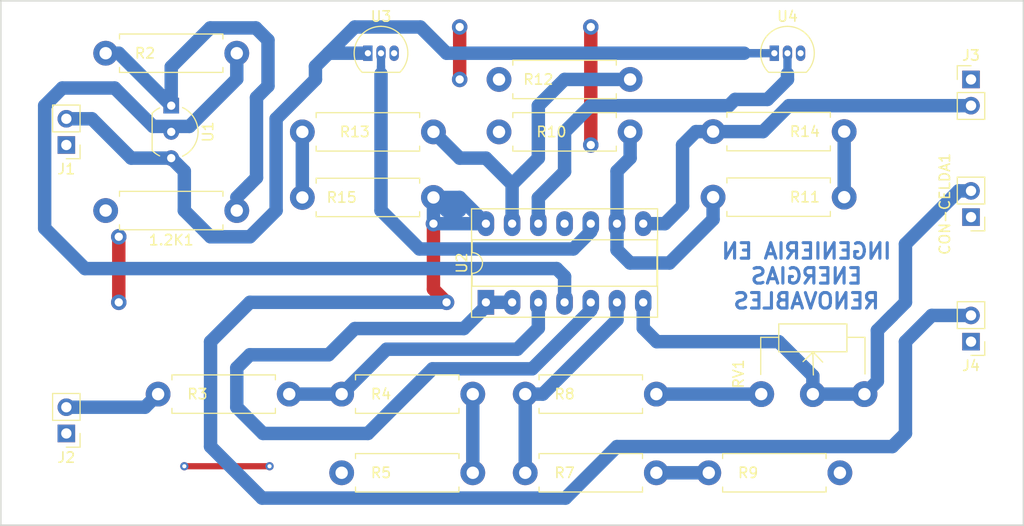
<source format=kicad_pcb>
(kicad_pcb (version 20171130) (host pcbnew "(5.0.1)-3")

  (general
    (thickness 1.6)
    (drawings 5)
    (tracks 162)
    (zones 0)
    (modules 24)
    (nets 21)
  )

  (page A4)
  (title_block
    (title "PRACTICA DE AMPLIFICADORES ")
    (date 2019-06-20)
    (rev 2.0)
    (company "UAA SUR ")
    (comment 1 "INGENIERIA EN ENERGIAS RENOVABLES ")
  )

  (layers
    (0 F.Cu signal)
    (31 B.Cu signal)
    (32 B.Adhes user)
    (33 F.Adhes user)
    (34 B.Paste user)
    (35 F.Paste user)
    (36 B.SilkS user)
    (37 F.SilkS user)
    (38 B.Mask user)
    (39 F.Mask user)
    (40 Dwgs.User user)
    (41 Cmts.User user)
    (42 Eco1.User user)
    (43 Eco2.User user)
    (44 Edge.Cuts user)
    (45 Margin user)
    (46 B.CrtYd user)
    (47 F.CrtYd user)
    (48 B.Fab user)
    (49 F.Fab user)
  )

  (setup
    (last_trace_width 0.6)
    (trace_clearance 0.2)
    (zone_clearance 0.508)
    (zone_45_only no)
    (trace_min 0.2)
    (segment_width 0.2)
    (edge_width 0.15)
    (via_size 0.8)
    (via_drill 0.4)
    (via_min_size 0.4)
    (via_min_drill 0.3)
    (uvia_size 0.3)
    (uvia_drill 0.1)
    (uvias_allowed no)
    (uvia_min_size 0.2)
    (uvia_min_drill 0.1)
    (pcb_text_width 0.3)
    (pcb_text_size 1.5 1.5)
    (mod_edge_width 0.15)
    (mod_text_size 1 1)
    (mod_text_width 0.15)
    (pad_size 1.524 1.524)
    (pad_drill 0.762)
    (pad_to_mask_clearance 0.051)
    (solder_mask_min_width 0.25)
    (aux_axis_origin 0 0)
    (visible_elements 7FFFFFFF)
    (pcbplotparams
      (layerselection 0x010fc_ffffffff)
      (usegerberextensions false)
      (usegerberattributes false)
      (usegerberadvancedattributes false)
      (creategerberjobfile false)
      (excludeedgelayer true)
      (linewidth 0.100000)
      (plotframeref true)
      (viasonmask false)
      (mode 1)
      (useauxorigin false)
      (hpglpennumber 1)
      (hpglpenspeed 20)
      (hpglpendiameter 15.000000)
      (psnegative false)
      (psa4output false)
      (plotreference true)
      (plotvalue true)
      (plotinvisibletext false)
      (padsonsilk false)
      (subtractmaskfromsilk false)
      (outputformat 4)
      (mirror false)
      (drillshape 0)
      (scaleselection 1)
      (outputdirectory ""))
  )

  (net 0 "")
  (net 1 GND)
  (net 2 /BATT)
  (net 3 /CELDA-VCC)
  (net 4 /salida1)
  (net 5 /salida2)
  (net 6 /VCC-REGULADOR)
  (net 7 "Net-(R3-Pad2)")
  (net 8 "Net-(R4-Pad2)")
  (net 9 "Net-(R7-Pad1)")
  (net 10 "Net-(R7-Pad2)")
  (net 11 "Net-(R8-Pad1)")
  (net 12 "Net-(R10-Pad1)")
  (net 13 "Net-(R11-Pad1)")
  (net 14 "Net-(R12-Pad1)")
  (net 15 "Net-(R13-Pad1)")
  (net 16 "Net-(U2-Pad12)")
  (net 17 "Net-(U2-Pad1)")
  (net 18 "Net-(U2-Pad10)")
  (net 19 "Net-(1.2K1-Pad1)")
  (net 20 /SALIDA-CELDA)

  (net_class Default "Esta es la clase de red por defecto."
    (clearance 0.2)
    (trace_width 0.6)
    (via_dia 0.8)
    (via_drill 0.4)
    (uvia_dia 0.3)
    (uvia_drill 0.1)
    (add_net /BATT)
    (add_net /CELDA-VCC)
    (add_net /SALIDA-CELDA)
    (add_net /VCC-REGULADOR)
    (add_net /salida1)
    (add_net /salida2)
    (add_net GND)
    (add_net "Net-(1.2K1-Pad1)")
    (add_net "Net-(R10-Pad1)")
    (add_net "Net-(R11-Pad1)")
    (add_net "Net-(R12-Pad1)")
    (add_net "Net-(R13-Pad1)")
    (add_net "Net-(R3-Pad2)")
    (add_net "Net-(R4-Pad2)")
    (add_net "Net-(R7-Pad1)")
    (add_net "Net-(R7-Pad2)")
    (add_net "Net-(R8-Pad1)")
    (add_net "Net-(U2-Pad1)")
    (add_net "Net-(U2-Pad10)")
    (add_net "Net-(U2-Pad12)")
  )

  (module Resistors_THT:R_Axial_DIN0411_L9.9mm_D3.6mm_P12.70mm_Horizontal (layer F.Cu) (tedit 5874F706) (tstamp 5D08E82A)
    (at 50.8 25.4 180)
    (descr "Resistor, Axial_DIN0411 series, Axial, Horizontal, pin pitch=12.7mm, 1W = 1/1W, length*diameter=9.9*3.6mm^2")
    (tags "Resistor Axial_DIN0411 series Axial Horizontal pin pitch 12.7mm 1W = 1/1W length 9.9mm diameter 3.6mm")
    (path /5D072017)
    (fp_text reference R2 (at 8.89 0 180) (layer F.SilkS)
      (effects (font (size 1 1) (thickness 0.15)))
    )
    (fp_text value 330 (at 5.08 0 180) (layer F.Fab)
      (effects (font (size 1 1) (thickness 0.15)))
    )
    (fp_line (start 1.4 -1.8) (end 1.4 1.8) (layer F.Fab) (width 0.1))
    (fp_line (start 1.4 1.8) (end 11.3 1.8) (layer F.Fab) (width 0.1))
    (fp_line (start 11.3 1.8) (end 11.3 -1.8) (layer F.Fab) (width 0.1))
    (fp_line (start 11.3 -1.8) (end 1.4 -1.8) (layer F.Fab) (width 0.1))
    (fp_line (start 0 0) (end 1.4 0) (layer F.Fab) (width 0.1))
    (fp_line (start 12.7 0) (end 11.3 0) (layer F.Fab) (width 0.1))
    (fp_line (start 1.34 -1.38) (end 1.34 -1.86) (layer F.SilkS) (width 0.12))
    (fp_line (start 1.34 -1.86) (end 11.36 -1.86) (layer F.SilkS) (width 0.12))
    (fp_line (start 11.36 -1.86) (end 11.36 -1.38) (layer F.SilkS) (width 0.12))
    (fp_line (start 1.34 1.38) (end 1.34 1.86) (layer F.SilkS) (width 0.12))
    (fp_line (start 1.34 1.86) (end 11.36 1.86) (layer F.SilkS) (width 0.12))
    (fp_line (start 11.36 1.86) (end 11.36 1.38) (layer F.SilkS) (width 0.12))
    (fp_line (start -1.45 -2.15) (end -1.45 2.15) (layer F.CrtYd) (width 0.05))
    (fp_line (start -1.45 2.15) (end 14.15 2.15) (layer F.CrtYd) (width 0.05))
    (fp_line (start 14.15 2.15) (end 14.15 -2.15) (layer F.CrtYd) (width 0.05))
    (fp_line (start 14.15 -2.15) (end -1.45 -2.15) (layer F.CrtYd) (width 0.05))
    (pad 1 thru_hole circle (at 0 0 180) (size 2.4 2.4) (drill 1.2) (layers *.Cu *.Mask)
      (net 6 /VCC-REGULADOR))
    (pad 2 thru_hole oval (at 12.7 0 180) (size 2.4 2.4) (drill 1.2) (layers *.Cu *.Mask)
      (net 19 "Net-(1.2K1-Pad1)"))
    (model ${KISYS3DMOD}/Resistors_THT.3dshapes/R_Axial_DIN0411_L9.9mm_D3.6mm_P12.70mm_Horizontal.wrl
      (at (xyz 0 0 0))
      (scale (xyz 0.393701 0.393701 0.393701))
      (rotate (xyz 0 0 0))
    )
  )

  (module Housings_DIP:DIP-14_W7.62mm_Socket_LongPads (layer F.Cu) (tedit 59C78D6B) (tstamp 5D08E9B1)
    (at 74.93 49.53 90)
    (descr "14-lead though-hole mounted DIP package, row spacing 7.62 mm (300 mils), Socket, LongPads")
    (tags "THT DIP DIL PDIP 2.54mm 7.62mm 300mil Socket LongPads")
    (path /5D070A56)
    (fp_text reference U2 (at 3.81 -2.33 90) (layer F.SilkS)
      (effects (font (size 1 1) (thickness 0.15)))
    )
    (fp_text value LM324A (at 3.81 17.57 90) (layer F.Fab)
      (effects (font (size 1 1) (thickness 0.15)))
    )
    (fp_text user %R (at 3.81 7.62 90) (layer F.Fab)
      (effects (font (size 1 1) (thickness 0.15)))
    )
    (fp_line (start 9.15 -1.6) (end -1.55 -1.6) (layer F.CrtYd) (width 0.05))
    (fp_line (start 9.15 16.85) (end 9.15 -1.6) (layer F.CrtYd) (width 0.05))
    (fp_line (start -1.55 16.85) (end 9.15 16.85) (layer F.CrtYd) (width 0.05))
    (fp_line (start -1.55 -1.6) (end -1.55 16.85) (layer F.CrtYd) (width 0.05))
    (fp_line (start 9.06 -1.39) (end -1.44 -1.39) (layer F.SilkS) (width 0.12))
    (fp_line (start 9.06 16.63) (end 9.06 -1.39) (layer F.SilkS) (width 0.12))
    (fp_line (start -1.44 16.63) (end 9.06 16.63) (layer F.SilkS) (width 0.12))
    (fp_line (start -1.44 -1.39) (end -1.44 16.63) (layer F.SilkS) (width 0.12))
    (fp_line (start 6.06 -1.33) (end 4.81 -1.33) (layer F.SilkS) (width 0.12))
    (fp_line (start 6.06 16.57) (end 6.06 -1.33) (layer F.SilkS) (width 0.12))
    (fp_line (start 1.56 16.57) (end 6.06 16.57) (layer F.SilkS) (width 0.12))
    (fp_line (start 1.56 -1.33) (end 1.56 16.57) (layer F.SilkS) (width 0.12))
    (fp_line (start 2.81 -1.33) (end 1.56 -1.33) (layer F.SilkS) (width 0.12))
    (fp_line (start 8.89 -1.33) (end -1.27 -1.33) (layer F.Fab) (width 0.1))
    (fp_line (start 8.89 16.57) (end 8.89 -1.33) (layer F.Fab) (width 0.1))
    (fp_line (start -1.27 16.57) (end 8.89 16.57) (layer F.Fab) (width 0.1))
    (fp_line (start -1.27 -1.33) (end -1.27 16.57) (layer F.Fab) (width 0.1))
    (fp_line (start 0.635 -0.27) (end 1.635 -1.27) (layer F.Fab) (width 0.1))
    (fp_line (start 0.635 16.51) (end 0.635 -0.27) (layer F.Fab) (width 0.1))
    (fp_line (start 6.985 16.51) (end 0.635 16.51) (layer F.Fab) (width 0.1))
    (fp_line (start 6.985 -1.27) (end 6.985 16.51) (layer F.Fab) (width 0.1))
    (fp_line (start 1.635 -1.27) (end 6.985 -1.27) (layer F.Fab) (width 0.1))
    (fp_arc (start 3.81 -1.33) (end 2.81 -1.33) (angle -180) (layer F.SilkS) (width 0.12))
    (pad 14 thru_hole oval (at 7.62 0 90) (size 2.4 1.6) (drill 0.8) (layers *.Cu *.Mask)
      (net 5 /salida2))
    (pad 7 thru_hole oval (at 0 15.24 90) (size 2.4 1.6) (drill 0.8) (layers *.Cu *.Mask)
      (net 20 /SALIDA-CELDA))
    (pad 13 thru_hole oval (at 7.62 2.54 90) (size 2.4 1.6) (drill 0.8) (layers *.Cu *.Mask)
      (net 14 "Net-(R12-Pad1)"))
    (pad 6 thru_hole oval (at 0 12.7 90) (size 2.4 1.6) (drill 0.8) (layers *.Cu *.Mask)
      (net 10 "Net-(R7-Pad2)"))
    (pad 12 thru_hole oval (at 7.62 5.08 90) (size 2.4 1.6) (drill 0.8) (layers *.Cu *.Mask)
      (net 16 "Net-(U2-Pad12)"))
    (pad 5 thru_hole oval (at 0 10.16 90) (size 2.4 1.6) (drill 0.8) (layers *.Cu *.Mask)
      (net 17 "Net-(U2-Pad1)"))
    (pad 11 thru_hole oval (at 7.62 7.62 90) (size 2.4 1.6) (drill 0.8) (layers *.Cu *.Mask)
      (net 1 GND))
    (pad 4 thru_hole oval (at 0 7.62 90) (size 2.4 1.6) (drill 0.8) (layers *.Cu *.Mask)
      (net 6 /VCC-REGULADOR))
    (pad 10 thru_hole oval (at 7.62 10.16 90) (size 2.4 1.6) (drill 0.8) (layers *.Cu *.Mask)
      (net 18 "Net-(U2-Pad10)"))
    (pad 3 thru_hole oval (at 0 5.08 90) (size 2.4 1.6) (drill 0.8) (layers *.Cu *.Mask)
      (net 7 "Net-(R3-Pad2)"))
    (pad 9 thru_hole oval (at 7.62 12.7 90) (size 2.4 1.6) (drill 0.8) (layers *.Cu *.Mask)
      (net 12 "Net-(R10-Pad1)"))
    (pad 2 thru_hole oval (at 0 2.54 90) (size 2.4 1.6) (drill 0.8) (layers *.Cu *.Mask)
      (net 17 "Net-(U2-Pad1)"))
    (pad 8 thru_hole oval (at 7.62 15.24 90) (size 2.4 1.6) (drill 0.8) (layers *.Cu *.Mask)
      (net 4 /salida1))
    (pad 1 thru_hole rect (at 0 0 90) (size 2.4 1.6) (drill 0.8) (layers *.Cu *.Mask)
      (net 17 "Net-(U2-Pad1)"))
    (model ${KISYS3DMOD}/Housings_DIP.3dshapes/DIP-14_W7.62mm_Socket.wrl
      (at (xyz 0 0 0))
      (scale (xyz 1 1 1))
      (rotate (xyz 0 0 0))
    )
  )

  (module Resistors_THT:R_Axial_DIN0411_L9.9mm_D3.6mm_P12.70mm_Horizontal (layer F.Cu) (tedit 5874F706) (tstamp 5D099C88)
    (at 43.18 58.42)
    (descr "Resistor, Axial_DIN0411 series, Axial, Horizontal, pin pitch=12.7mm, 1W = 1/1W, length*diameter=9.9*3.6mm^2")
    (tags "Resistor Axial_DIN0411 series Axial Horizontal pin pitch 12.7mm 1W = 1/1W length 9.9mm diameter 3.6mm")
    (path /5D06FF08)
    (fp_text reference R3 (at 3.81 0) (layer F.SilkS)
      (effects (font (size 1 1) (thickness 0.15)))
    )
    (fp_text value 56K (at 7.62 0) (layer F.Fab)
      (effects (font (size 1 1) (thickness 0.15)))
    )
    (fp_line (start 1.4 -1.8) (end 1.4 1.8) (layer F.Fab) (width 0.1))
    (fp_line (start 1.4 1.8) (end 11.3 1.8) (layer F.Fab) (width 0.1))
    (fp_line (start 11.3 1.8) (end 11.3 -1.8) (layer F.Fab) (width 0.1))
    (fp_line (start 11.3 -1.8) (end 1.4 -1.8) (layer F.Fab) (width 0.1))
    (fp_line (start 0 0) (end 1.4 0) (layer F.Fab) (width 0.1))
    (fp_line (start 12.7 0) (end 11.3 0) (layer F.Fab) (width 0.1))
    (fp_line (start 1.34 -1.38) (end 1.34 -1.86) (layer F.SilkS) (width 0.12))
    (fp_line (start 1.34 -1.86) (end 11.36 -1.86) (layer F.SilkS) (width 0.12))
    (fp_line (start 11.36 -1.86) (end 11.36 -1.38) (layer F.SilkS) (width 0.12))
    (fp_line (start 1.34 1.38) (end 1.34 1.86) (layer F.SilkS) (width 0.12))
    (fp_line (start 1.34 1.86) (end 11.36 1.86) (layer F.SilkS) (width 0.12))
    (fp_line (start 11.36 1.86) (end 11.36 1.38) (layer F.SilkS) (width 0.12))
    (fp_line (start -1.45 -2.15) (end -1.45 2.15) (layer F.CrtYd) (width 0.05))
    (fp_line (start -1.45 2.15) (end 14.15 2.15) (layer F.CrtYd) (width 0.05))
    (fp_line (start 14.15 2.15) (end 14.15 -2.15) (layer F.CrtYd) (width 0.05))
    (fp_line (start 14.15 -2.15) (end -1.45 -2.15) (layer F.CrtYd) (width 0.05))
    (pad 1 thru_hole circle (at 0 0) (size 2.4 2.4) (drill 1.2) (layers *.Cu *.Mask)
      (net 3 /CELDA-VCC))
    (pad 2 thru_hole oval (at 12.7 0) (size 2.4 2.4) (drill 1.2) (layers *.Cu *.Mask)
      (net 7 "Net-(R3-Pad2)"))
    (model ${KISYS3DMOD}/Resistors_THT.3dshapes/R_Axial_DIN0411_L9.9mm_D3.6mm_P12.70mm_Horizontal.wrl
      (at (xyz 0 0 0))
      (scale (xyz 0.393701 0.393701 0.393701))
      (rotate (xyz 0 0 0))
    )
  )

  (module Resistors_THT:R_Axial_DIN0411_L9.9mm_D3.6mm_P12.70mm_Horizontal (layer F.Cu) (tedit 5874F706) (tstamp 5D099C9E)
    (at 60.96 58.42)
    (descr "Resistor, Axial_DIN0411 series, Axial, Horizontal, pin pitch=12.7mm, 1W = 1/1W, length*diameter=9.9*3.6mm^2")
    (tags "Resistor Axial_DIN0411 series Axial Horizontal pin pitch 12.7mm 1W = 1/1W length 9.9mm diameter 3.6mm")
    (path /5D06FF7F)
    (fp_text reference R4 (at 3.81 0) (layer F.SilkS)
      (effects (font (size 1 1) (thickness 0.15)))
    )
    (fp_text value 8.2K (at 8.89 0) (layer F.Fab)
      (effects (font (size 1 1) (thickness 0.15)))
    )
    (fp_line (start 14.15 -2.15) (end -1.45 -2.15) (layer F.CrtYd) (width 0.05))
    (fp_line (start 14.15 2.15) (end 14.15 -2.15) (layer F.CrtYd) (width 0.05))
    (fp_line (start -1.45 2.15) (end 14.15 2.15) (layer F.CrtYd) (width 0.05))
    (fp_line (start -1.45 -2.15) (end -1.45 2.15) (layer F.CrtYd) (width 0.05))
    (fp_line (start 11.36 1.86) (end 11.36 1.38) (layer F.SilkS) (width 0.12))
    (fp_line (start 1.34 1.86) (end 11.36 1.86) (layer F.SilkS) (width 0.12))
    (fp_line (start 1.34 1.38) (end 1.34 1.86) (layer F.SilkS) (width 0.12))
    (fp_line (start 11.36 -1.86) (end 11.36 -1.38) (layer F.SilkS) (width 0.12))
    (fp_line (start 1.34 -1.86) (end 11.36 -1.86) (layer F.SilkS) (width 0.12))
    (fp_line (start 1.34 -1.38) (end 1.34 -1.86) (layer F.SilkS) (width 0.12))
    (fp_line (start 12.7 0) (end 11.3 0) (layer F.Fab) (width 0.1))
    (fp_line (start 0 0) (end 1.4 0) (layer F.Fab) (width 0.1))
    (fp_line (start 11.3 -1.8) (end 1.4 -1.8) (layer F.Fab) (width 0.1))
    (fp_line (start 11.3 1.8) (end 11.3 -1.8) (layer F.Fab) (width 0.1))
    (fp_line (start 1.4 1.8) (end 11.3 1.8) (layer F.Fab) (width 0.1))
    (fp_line (start 1.4 -1.8) (end 1.4 1.8) (layer F.Fab) (width 0.1))
    (pad 2 thru_hole oval (at 12.7 0) (size 2.4 2.4) (drill 1.2) (layers *.Cu *.Mask)
      (net 8 "Net-(R4-Pad2)"))
    (pad 1 thru_hole circle (at 0 0) (size 2.4 2.4) (drill 1.2) (layers *.Cu *.Mask)
      (net 7 "Net-(R3-Pad2)"))
    (model ${KISYS3DMOD}/Resistors_THT.3dshapes/R_Axial_DIN0411_L9.9mm_D3.6mm_P12.70mm_Horizontal.wrl
      (at (xyz 0 0 0))
      (scale (xyz 0.393701 0.393701 0.393701))
      (rotate (xyz 0 0 0))
    )
  )

  (module Resistors_THT:R_Axial_DIN0411_L9.9mm_D3.6mm_P12.70mm_Horizontal (layer F.Cu) (tedit 5874F706) (tstamp 5D099CB4)
    (at 73.66 66.04 180)
    (descr "Resistor, Axial_DIN0411 series, Axial, Horizontal, pin pitch=12.7mm, 1W = 1/1W, length*diameter=9.9*3.6mm^2")
    (tags "Resistor Axial_DIN0411 series Axial Horizontal pin pitch 12.7mm 1W = 1/1W length 9.9mm diameter 3.6mm")
    (path /5D06FFC5)
    (fp_text reference R5 (at 8.89 0 180) (layer F.SilkS)
      (effects (font (size 1 1) (thickness 0.15)))
    )
    (fp_text value 1K (at 5.08 0 180) (layer F.Fab)
      (effects (font (size 1 1) (thickness 0.15)))
    )
    (fp_line (start 1.4 -1.8) (end 1.4 1.8) (layer F.Fab) (width 0.1))
    (fp_line (start 1.4 1.8) (end 11.3 1.8) (layer F.Fab) (width 0.1))
    (fp_line (start 11.3 1.8) (end 11.3 -1.8) (layer F.Fab) (width 0.1))
    (fp_line (start 11.3 -1.8) (end 1.4 -1.8) (layer F.Fab) (width 0.1))
    (fp_line (start 0 0) (end 1.4 0) (layer F.Fab) (width 0.1))
    (fp_line (start 12.7 0) (end 11.3 0) (layer F.Fab) (width 0.1))
    (fp_line (start 1.34 -1.38) (end 1.34 -1.86) (layer F.SilkS) (width 0.12))
    (fp_line (start 1.34 -1.86) (end 11.36 -1.86) (layer F.SilkS) (width 0.12))
    (fp_line (start 11.36 -1.86) (end 11.36 -1.38) (layer F.SilkS) (width 0.12))
    (fp_line (start 1.34 1.38) (end 1.34 1.86) (layer F.SilkS) (width 0.12))
    (fp_line (start 1.34 1.86) (end 11.36 1.86) (layer F.SilkS) (width 0.12))
    (fp_line (start 11.36 1.86) (end 11.36 1.38) (layer F.SilkS) (width 0.12))
    (fp_line (start -1.45 -2.15) (end -1.45 2.15) (layer F.CrtYd) (width 0.05))
    (fp_line (start -1.45 2.15) (end 14.15 2.15) (layer F.CrtYd) (width 0.05))
    (fp_line (start 14.15 2.15) (end 14.15 -2.15) (layer F.CrtYd) (width 0.05))
    (fp_line (start 14.15 -2.15) (end -1.45 -2.15) (layer F.CrtYd) (width 0.05))
    (pad 1 thru_hole circle (at 0 0 180) (size 2.4 2.4) (drill 1.2) (layers *.Cu *.Mask)
      (net 8 "Net-(R4-Pad2)"))
    (pad 2 thru_hole oval (at 12.7 0 180) (size 2.4 2.4) (drill 1.2) (layers *.Cu *.Mask)
      (net 1 GND))
    (model ${KISYS3DMOD}/Resistors_THT.3dshapes/R_Axial_DIN0411_L9.9mm_D3.6mm_P12.70mm_Horizontal.wrl
      (at (xyz 0 0 0))
      (scale (xyz 0.393701 0.393701 0.393701))
      (rotate (xyz 0 0 0))
    )
  )

  (module Resistors_THT:R_Axial_DIN0411_L9.9mm_D3.6mm_P12.70mm_Horizontal (layer F.Cu) (tedit 5874F706) (tstamp 5D099CE0)
    (at 91.44 66.04 180)
    (descr "Resistor, Axial_DIN0411 series, Axial, Horizontal, pin pitch=12.7mm, 1W = 1/1W, length*diameter=9.9*3.6mm^2")
    (tags "Resistor Axial_DIN0411 series Axial Horizontal pin pitch 12.7mm 1W = 1/1W length 9.9mm diameter 3.6mm")
    (path /5D071C3D)
    (fp_text reference R7 (at 8.89 0 180) (layer F.SilkS)
      (effects (font (size 1 1) (thickness 0.15)))
    )
    (fp_text value 12K (at 5.08 0 180) (layer F.Fab)
      (effects (font (size 1 1) (thickness 0.15)))
    )
    (fp_line (start 1.4 -1.8) (end 1.4 1.8) (layer F.Fab) (width 0.1))
    (fp_line (start 1.4 1.8) (end 11.3 1.8) (layer F.Fab) (width 0.1))
    (fp_line (start 11.3 1.8) (end 11.3 -1.8) (layer F.Fab) (width 0.1))
    (fp_line (start 11.3 -1.8) (end 1.4 -1.8) (layer F.Fab) (width 0.1))
    (fp_line (start 0 0) (end 1.4 0) (layer F.Fab) (width 0.1))
    (fp_line (start 12.7 0) (end 11.3 0) (layer F.Fab) (width 0.1))
    (fp_line (start 1.34 -1.38) (end 1.34 -1.86) (layer F.SilkS) (width 0.12))
    (fp_line (start 1.34 -1.86) (end 11.36 -1.86) (layer F.SilkS) (width 0.12))
    (fp_line (start 11.36 -1.86) (end 11.36 -1.38) (layer F.SilkS) (width 0.12))
    (fp_line (start 1.34 1.38) (end 1.34 1.86) (layer F.SilkS) (width 0.12))
    (fp_line (start 1.34 1.86) (end 11.36 1.86) (layer F.SilkS) (width 0.12))
    (fp_line (start 11.36 1.86) (end 11.36 1.38) (layer F.SilkS) (width 0.12))
    (fp_line (start -1.45 -2.15) (end -1.45 2.15) (layer F.CrtYd) (width 0.05))
    (fp_line (start -1.45 2.15) (end 14.15 2.15) (layer F.CrtYd) (width 0.05))
    (fp_line (start 14.15 2.15) (end 14.15 -2.15) (layer F.CrtYd) (width 0.05))
    (fp_line (start 14.15 -2.15) (end -1.45 -2.15) (layer F.CrtYd) (width 0.05))
    (pad 1 thru_hole circle (at 0 0 180) (size 2.4 2.4) (drill 1.2) (layers *.Cu *.Mask)
      (net 9 "Net-(R7-Pad1)"))
    (pad 2 thru_hole oval (at 12.7 0 180) (size 2.4 2.4) (drill 1.2) (layers *.Cu *.Mask)
      (net 10 "Net-(R7-Pad2)"))
    (model ${KISYS3DMOD}/Resistors_THT.3dshapes/R_Axial_DIN0411_L9.9mm_D3.6mm_P12.70mm_Horizontal.wrl
      (at (xyz 0 0 0))
      (scale (xyz 0.393701 0.393701 0.393701))
      (rotate (xyz 0 0 0))
    )
  )

  (module Resistors_THT:R_Axial_DIN0411_L9.9mm_D3.6mm_P12.70mm_Horizontal (layer F.Cu) (tedit 5874F706) (tstamp 5D099CF6)
    (at 91.44 58.42 180)
    (descr "Resistor, Axial_DIN0411 series, Axial, Horizontal, pin pitch=12.7mm, 1W = 1/1W, length*diameter=9.9*3.6mm^2")
    (tags "Resistor Axial_DIN0411 series Axial Horizontal pin pitch 12.7mm 1W = 1/1W length 9.9mm diameter 3.6mm")
    (path /5D071A91)
    (fp_text reference R8 (at 8.89 0 180) (layer F.SilkS)
      (effects (font (size 1 1) (thickness 0.15)))
    )
    (fp_text value 47K (at 5.08 0 180) (layer F.Fab)
      (effects (font (size 1 1) (thickness 0.15)))
    )
    (fp_line (start 14.15 -2.15) (end -1.45 -2.15) (layer F.CrtYd) (width 0.05))
    (fp_line (start 14.15 2.15) (end 14.15 -2.15) (layer F.CrtYd) (width 0.05))
    (fp_line (start -1.45 2.15) (end 14.15 2.15) (layer F.CrtYd) (width 0.05))
    (fp_line (start -1.45 -2.15) (end -1.45 2.15) (layer F.CrtYd) (width 0.05))
    (fp_line (start 11.36 1.86) (end 11.36 1.38) (layer F.SilkS) (width 0.12))
    (fp_line (start 1.34 1.86) (end 11.36 1.86) (layer F.SilkS) (width 0.12))
    (fp_line (start 1.34 1.38) (end 1.34 1.86) (layer F.SilkS) (width 0.12))
    (fp_line (start 11.36 -1.86) (end 11.36 -1.38) (layer F.SilkS) (width 0.12))
    (fp_line (start 1.34 -1.86) (end 11.36 -1.86) (layer F.SilkS) (width 0.12))
    (fp_line (start 1.34 -1.38) (end 1.34 -1.86) (layer F.SilkS) (width 0.12))
    (fp_line (start 12.7 0) (end 11.3 0) (layer F.Fab) (width 0.1))
    (fp_line (start 0 0) (end 1.4 0) (layer F.Fab) (width 0.1))
    (fp_line (start 11.3 -1.8) (end 1.4 -1.8) (layer F.Fab) (width 0.1))
    (fp_line (start 11.3 1.8) (end 11.3 -1.8) (layer F.Fab) (width 0.1))
    (fp_line (start 1.4 1.8) (end 11.3 1.8) (layer F.Fab) (width 0.1))
    (fp_line (start 1.4 -1.8) (end 1.4 1.8) (layer F.Fab) (width 0.1))
    (pad 2 thru_hole oval (at 12.7 0 180) (size 2.4 2.4) (drill 1.2) (layers *.Cu *.Mask)
      (net 10 "Net-(R7-Pad2)"))
    (pad 1 thru_hole circle (at 0 0 180) (size 2.4 2.4) (drill 1.2) (layers *.Cu *.Mask)
      (net 11 "Net-(R8-Pad1)"))
    (model ${KISYS3DMOD}/Resistors_THT.3dshapes/R_Axial_DIN0411_L9.9mm_D3.6mm_P12.70mm_Horizontal.wrl
      (at (xyz 0 0 0))
      (scale (xyz 0.393701 0.393701 0.393701))
      (rotate (xyz 0 0 0))
    )
  )

  (module Resistors_THT:R_Axial_DIN0411_L9.9mm_D3.6mm_P12.70mm_Horizontal (layer F.Cu) (tedit 5874F706) (tstamp 5D099D0C)
    (at 96.52 66.04)
    (descr "Resistor, Axial_DIN0411 series, Axial, Horizontal, pin pitch=12.7mm, 1W = 1/1W, length*diameter=9.9*3.6mm^2")
    (tags "Resistor Axial_DIN0411 series Axial Horizontal pin pitch 12.7mm 1W = 1/1W length 9.9mm diameter 3.6mm")
    (path /5D074476)
    (fp_text reference R9 (at 3.81 0) (layer F.SilkS)
      (effects (font (size 1 1) (thickness 0.15)))
    )
    (fp_text value 12K (at 8.89 0) (layer F.Fab)
      (effects (font (size 1 1) (thickness 0.15)))
    )
    (fp_line (start 14.15 -2.15) (end -1.45 -2.15) (layer F.CrtYd) (width 0.05))
    (fp_line (start 14.15 2.15) (end 14.15 -2.15) (layer F.CrtYd) (width 0.05))
    (fp_line (start -1.45 2.15) (end 14.15 2.15) (layer F.CrtYd) (width 0.05))
    (fp_line (start -1.45 -2.15) (end -1.45 2.15) (layer F.CrtYd) (width 0.05))
    (fp_line (start 11.36 1.86) (end 11.36 1.38) (layer F.SilkS) (width 0.12))
    (fp_line (start 1.34 1.86) (end 11.36 1.86) (layer F.SilkS) (width 0.12))
    (fp_line (start 1.34 1.38) (end 1.34 1.86) (layer F.SilkS) (width 0.12))
    (fp_line (start 11.36 -1.86) (end 11.36 -1.38) (layer F.SilkS) (width 0.12))
    (fp_line (start 1.34 -1.86) (end 11.36 -1.86) (layer F.SilkS) (width 0.12))
    (fp_line (start 1.34 -1.38) (end 1.34 -1.86) (layer F.SilkS) (width 0.12))
    (fp_line (start 12.7 0) (end 11.3 0) (layer F.Fab) (width 0.1))
    (fp_line (start 0 0) (end 1.4 0) (layer F.Fab) (width 0.1))
    (fp_line (start 11.3 -1.8) (end 1.4 -1.8) (layer F.Fab) (width 0.1))
    (fp_line (start 11.3 1.8) (end 11.3 -1.8) (layer F.Fab) (width 0.1))
    (fp_line (start 1.4 1.8) (end 11.3 1.8) (layer F.Fab) (width 0.1))
    (fp_line (start 1.4 -1.8) (end 1.4 1.8) (layer F.Fab) (width 0.1))
    (pad 2 thru_hole oval (at 12.7 0) (size 2.4 2.4) (drill 1.2) (layers *.Cu *.Mask)
      (net 1 GND))
    (pad 1 thru_hole circle (at 0 0) (size 2.4 2.4) (drill 1.2) (layers *.Cu *.Mask)
      (net 9 "Net-(R7-Pad1)"))
    (model ${KISYS3DMOD}/Resistors_THT.3dshapes/R_Axial_DIN0411_L9.9mm_D3.6mm_P12.70mm_Horizontal.wrl
      (at (xyz 0 0 0))
      (scale (xyz 0.393701 0.393701 0.393701))
      (rotate (xyz 0 0 0))
    )
  )

  (module Resistors_THT:R_Axial_DIN0411_L9.9mm_D3.6mm_P12.70mm_Horizontal (layer F.Cu) (tedit 5874F706) (tstamp 5D099D22)
    (at 88.9 33.02 180)
    (descr "Resistor, Axial_DIN0411 series, Axial, Horizontal, pin pitch=12.7mm, 1W = 1/1W, length*diameter=9.9*3.6mm^2")
    (tags "Resistor Axial_DIN0411 series Axial Horizontal pin pitch 12.7mm 1W = 1/1W length 9.9mm diameter 3.6mm")
    (path /5D07D4BE)
    (fp_text reference R10 (at 7.62 0 180) (layer F.SilkS)
      (effects (font (size 1 1) (thickness 0.15)))
    )
    (fp_text value 47K (at 3.81 0 180) (layer F.Fab)
      (effects (font (size 1 1) (thickness 0.15)))
    )
    (fp_line (start 14.15 -2.15) (end -1.45 -2.15) (layer F.CrtYd) (width 0.05))
    (fp_line (start 14.15 2.15) (end 14.15 -2.15) (layer F.CrtYd) (width 0.05))
    (fp_line (start -1.45 2.15) (end 14.15 2.15) (layer F.CrtYd) (width 0.05))
    (fp_line (start -1.45 -2.15) (end -1.45 2.15) (layer F.CrtYd) (width 0.05))
    (fp_line (start 11.36 1.86) (end 11.36 1.38) (layer F.SilkS) (width 0.12))
    (fp_line (start 1.34 1.86) (end 11.36 1.86) (layer F.SilkS) (width 0.12))
    (fp_line (start 1.34 1.38) (end 1.34 1.86) (layer F.SilkS) (width 0.12))
    (fp_line (start 11.36 -1.86) (end 11.36 -1.38) (layer F.SilkS) (width 0.12))
    (fp_line (start 1.34 -1.86) (end 11.36 -1.86) (layer F.SilkS) (width 0.12))
    (fp_line (start 1.34 -1.38) (end 1.34 -1.86) (layer F.SilkS) (width 0.12))
    (fp_line (start 12.7 0) (end 11.3 0) (layer F.Fab) (width 0.1))
    (fp_line (start 0 0) (end 1.4 0) (layer F.Fab) (width 0.1))
    (fp_line (start 11.3 -1.8) (end 1.4 -1.8) (layer F.Fab) (width 0.1))
    (fp_line (start 11.3 1.8) (end 11.3 -1.8) (layer F.Fab) (width 0.1))
    (fp_line (start 1.4 1.8) (end 11.3 1.8) (layer F.Fab) (width 0.1))
    (fp_line (start 1.4 -1.8) (end 1.4 1.8) (layer F.Fab) (width 0.1))
    (pad 2 thru_hole oval (at 12.7 0 180) (size 2.4 2.4) (drill 1.2) (layers *.Cu *.Mask)
      (net 1 GND))
    (pad 1 thru_hole circle (at 0 0 180) (size 2.4 2.4) (drill 1.2) (layers *.Cu *.Mask)
      (net 12 "Net-(R10-Pad1)"))
    (model ${KISYS3DMOD}/Resistors_THT.3dshapes/R_Axial_DIN0411_L9.9mm_D3.6mm_P12.70mm_Horizontal.wrl
      (at (xyz 0 0 0))
      (scale (xyz 0.393701 0.393701 0.393701))
      (rotate (xyz 0 0 0))
    )
  )

  (module Resistors_THT:R_Axial_DIN0411_L9.9mm_D3.6mm_P12.70mm_Horizontal (layer F.Cu) (tedit 5874F706) (tstamp 5D099D38)
    (at 109.634864 39.342244 180)
    (descr "Resistor, Axial_DIN0411 series, Axial, Horizontal, pin pitch=12.7mm, 1W = 1/1W, length*diameter=9.9*3.6mm^2")
    (tags "Resistor Axial_DIN0411 series Axial Horizontal pin pitch 12.7mm 1W = 1/1W length 9.9mm diameter 3.6mm")
    (path /5D07D504)
    (fp_text reference R11 (at 3.81 0 180) (layer F.SilkS)
      (effects (font (size 1 1) (thickness 0.15)))
    )
    (fp_text value 180K (at 7.62 0 180) (layer F.Fab)
      (effects (font (size 1 1) (thickness 0.15)))
    )
    (fp_line (start 1.4 -1.8) (end 1.4 1.8) (layer F.Fab) (width 0.1))
    (fp_line (start 1.4 1.8) (end 11.3 1.8) (layer F.Fab) (width 0.1))
    (fp_line (start 11.3 1.8) (end 11.3 -1.8) (layer F.Fab) (width 0.1))
    (fp_line (start 11.3 -1.8) (end 1.4 -1.8) (layer F.Fab) (width 0.1))
    (fp_line (start 0 0) (end 1.4 0) (layer F.Fab) (width 0.1))
    (fp_line (start 12.7 0) (end 11.3 0) (layer F.Fab) (width 0.1))
    (fp_line (start 1.34 -1.38) (end 1.34 -1.86) (layer F.SilkS) (width 0.12))
    (fp_line (start 1.34 -1.86) (end 11.36 -1.86) (layer F.SilkS) (width 0.12))
    (fp_line (start 11.36 -1.86) (end 11.36 -1.38) (layer F.SilkS) (width 0.12))
    (fp_line (start 1.34 1.38) (end 1.34 1.86) (layer F.SilkS) (width 0.12))
    (fp_line (start 1.34 1.86) (end 11.36 1.86) (layer F.SilkS) (width 0.12))
    (fp_line (start 11.36 1.86) (end 11.36 1.38) (layer F.SilkS) (width 0.12))
    (fp_line (start -1.45 -2.15) (end -1.45 2.15) (layer F.CrtYd) (width 0.05))
    (fp_line (start -1.45 2.15) (end 14.15 2.15) (layer F.CrtYd) (width 0.05))
    (fp_line (start 14.15 2.15) (end 14.15 -2.15) (layer F.CrtYd) (width 0.05))
    (fp_line (start 14.15 -2.15) (end -1.45 -2.15) (layer F.CrtYd) (width 0.05))
    (pad 1 thru_hole circle (at 0 0 180) (size 2.4 2.4) (drill 1.2) (layers *.Cu *.Mask)
      (net 13 "Net-(R11-Pad1)"))
    (pad 2 thru_hole oval (at 12.7 0 180) (size 2.4 2.4) (drill 1.2) (layers *.Cu *.Mask)
      (net 12 "Net-(R10-Pad1)"))
    (model ${KISYS3DMOD}/Resistors_THT.3dshapes/R_Axial_DIN0411_L9.9mm_D3.6mm_P12.70mm_Horizontal.wrl
      (at (xyz 0 0 0))
      (scale (xyz 0.393701 0.393701 0.393701))
      (rotate (xyz 0 0 0))
    )
  )

  (module Resistors_THT:R_Axial_DIN0411_L9.9mm_D3.6mm_P12.70mm_Horizontal (layer F.Cu) (tedit 5874F706) (tstamp 5D099D4E)
    (at 88.9 27.94 180)
    (descr "Resistor, Axial_DIN0411 series, Axial, Horizontal, pin pitch=12.7mm, 1W = 1/1W, length*diameter=9.9*3.6mm^2")
    (tags "Resistor Axial_DIN0411 series Axial Horizontal pin pitch 12.7mm 1W = 1/1W length 9.9mm diameter 3.6mm")
    (path /5D0859A0)
    (fp_text reference R12 (at 8.89 0 180) (layer F.SilkS)
      (effects (font (size 1 1) (thickness 0.15)))
    )
    (fp_text value 47K (at 5.08 0 180) (layer F.Fab)
      (effects (font (size 1 1) (thickness 0.15)))
    )
    (fp_line (start 14.15 -2.15) (end -1.45 -2.15) (layer F.CrtYd) (width 0.05))
    (fp_line (start 14.15 2.15) (end 14.15 -2.15) (layer F.CrtYd) (width 0.05))
    (fp_line (start -1.45 2.15) (end 14.15 2.15) (layer F.CrtYd) (width 0.05))
    (fp_line (start -1.45 -2.15) (end -1.45 2.15) (layer F.CrtYd) (width 0.05))
    (fp_line (start 11.36 1.86) (end 11.36 1.38) (layer F.SilkS) (width 0.12))
    (fp_line (start 1.34 1.86) (end 11.36 1.86) (layer F.SilkS) (width 0.12))
    (fp_line (start 1.34 1.38) (end 1.34 1.86) (layer F.SilkS) (width 0.12))
    (fp_line (start 11.36 -1.86) (end 11.36 -1.38) (layer F.SilkS) (width 0.12))
    (fp_line (start 1.34 -1.86) (end 11.36 -1.86) (layer F.SilkS) (width 0.12))
    (fp_line (start 1.34 -1.38) (end 1.34 -1.86) (layer F.SilkS) (width 0.12))
    (fp_line (start 12.7 0) (end 11.3 0) (layer F.Fab) (width 0.1))
    (fp_line (start 0 0) (end 1.4 0) (layer F.Fab) (width 0.1))
    (fp_line (start 11.3 -1.8) (end 1.4 -1.8) (layer F.Fab) (width 0.1))
    (fp_line (start 11.3 1.8) (end 11.3 -1.8) (layer F.Fab) (width 0.1))
    (fp_line (start 1.4 1.8) (end 11.3 1.8) (layer F.Fab) (width 0.1))
    (fp_line (start 1.4 -1.8) (end 1.4 1.8) (layer F.Fab) (width 0.1))
    (pad 2 thru_hole oval (at 12.7 0 180) (size 2.4 2.4) (drill 1.2) (layers *.Cu *.Mask)
      (net 1 GND))
    (pad 1 thru_hole circle (at 0 0 180) (size 2.4 2.4) (drill 1.2) (layers *.Cu *.Mask)
      (net 14 "Net-(R12-Pad1)"))
    (model ${KISYS3DMOD}/Resistors_THT.3dshapes/R_Axial_DIN0411_L9.9mm_D3.6mm_P12.70mm_Horizontal.wrl
      (at (xyz 0 0 0))
      (scale (xyz 0.393701 0.393701 0.393701))
      (rotate (xyz 0 0 0))
    )
  )

  (module Resistors_THT:R_Axial_DIN0411_L9.9mm_D3.6mm_P12.70mm_Horizontal (layer F.Cu) (tedit 5874F706) (tstamp 5D099D64)
    (at 57.15 33.02)
    (descr "Resistor, Axial_DIN0411 series, Axial, Horizontal, pin pitch=12.7mm, 1W = 1/1W, length*diameter=9.9*3.6mm^2")
    (tags "Resistor Axial_DIN0411 series Axial Horizontal pin pitch 12.7mm 1W = 1/1W length 9.9mm diameter 3.6mm")
    (path /5D0859A6)
    (fp_text reference R13 (at 5.08 0) (layer F.SilkS)
      (effects (font (size 1 1) (thickness 0.15)))
    )
    (fp_text value 180K (at 8.89 0) (layer F.Fab)
      (effects (font (size 1 1) (thickness 0.15)))
    )
    (fp_line (start 1.4 -1.8) (end 1.4 1.8) (layer F.Fab) (width 0.1))
    (fp_line (start 1.4 1.8) (end 11.3 1.8) (layer F.Fab) (width 0.1))
    (fp_line (start 11.3 1.8) (end 11.3 -1.8) (layer F.Fab) (width 0.1))
    (fp_line (start 11.3 -1.8) (end 1.4 -1.8) (layer F.Fab) (width 0.1))
    (fp_line (start 0 0) (end 1.4 0) (layer F.Fab) (width 0.1))
    (fp_line (start 12.7 0) (end 11.3 0) (layer F.Fab) (width 0.1))
    (fp_line (start 1.34 -1.38) (end 1.34 -1.86) (layer F.SilkS) (width 0.12))
    (fp_line (start 1.34 -1.86) (end 11.36 -1.86) (layer F.SilkS) (width 0.12))
    (fp_line (start 11.36 -1.86) (end 11.36 -1.38) (layer F.SilkS) (width 0.12))
    (fp_line (start 1.34 1.38) (end 1.34 1.86) (layer F.SilkS) (width 0.12))
    (fp_line (start 1.34 1.86) (end 11.36 1.86) (layer F.SilkS) (width 0.12))
    (fp_line (start 11.36 1.86) (end 11.36 1.38) (layer F.SilkS) (width 0.12))
    (fp_line (start -1.45 -2.15) (end -1.45 2.15) (layer F.CrtYd) (width 0.05))
    (fp_line (start -1.45 2.15) (end 14.15 2.15) (layer F.CrtYd) (width 0.05))
    (fp_line (start 14.15 2.15) (end 14.15 -2.15) (layer F.CrtYd) (width 0.05))
    (fp_line (start 14.15 -2.15) (end -1.45 -2.15) (layer F.CrtYd) (width 0.05))
    (pad 1 thru_hole circle (at 0 0) (size 2.4 2.4) (drill 1.2) (layers *.Cu *.Mask)
      (net 15 "Net-(R13-Pad1)"))
    (pad 2 thru_hole oval (at 12.7 0) (size 2.4 2.4) (drill 1.2) (layers *.Cu *.Mask)
      (net 14 "Net-(R12-Pad1)"))
    (model ${KISYS3DMOD}/Resistors_THT.3dshapes/R_Axial_DIN0411_L9.9mm_D3.6mm_P12.70mm_Horizontal.wrl
      (at (xyz 0 0 0))
      (scale (xyz 0.393701 0.393701 0.393701))
      (rotate (xyz 0 0 0))
    )
  )

  (module Resistors_THT:R_Axial_DIN0411_L9.9mm_D3.6mm_P12.70mm_Horizontal (layer F.Cu) (tedit 5874F706) (tstamp 5D099D7A)
    (at 96.934864 32.992244)
    (descr "Resistor, Axial_DIN0411 series, Axial, Horizontal, pin pitch=12.7mm, 1W = 1/1W, length*diameter=9.9*3.6mm^2")
    (tags "Resistor Axial_DIN0411 series Axial Horizontal pin pitch 12.7mm 1W = 1/1W length 9.9mm diameter 3.6mm")
    (path /5D079403)
    (fp_text reference R14 (at 8.89 0) (layer F.SilkS)
      (effects (font (size 1 1) (thickness 0.15)))
    )
    (fp_text value 8.2K (at 5.08 0) (layer F.Fab)
      (effects (font (size 1 1) (thickness 0.15)))
    )
    (fp_line (start 14.15 -2.15) (end -1.45 -2.15) (layer F.CrtYd) (width 0.05))
    (fp_line (start 14.15 2.15) (end 14.15 -2.15) (layer F.CrtYd) (width 0.05))
    (fp_line (start -1.45 2.15) (end 14.15 2.15) (layer F.CrtYd) (width 0.05))
    (fp_line (start -1.45 -2.15) (end -1.45 2.15) (layer F.CrtYd) (width 0.05))
    (fp_line (start 11.36 1.86) (end 11.36 1.38) (layer F.SilkS) (width 0.12))
    (fp_line (start 1.34 1.86) (end 11.36 1.86) (layer F.SilkS) (width 0.12))
    (fp_line (start 1.34 1.38) (end 1.34 1.86) (layer F.SilkS) (width 0.12))
    (fp_line (start 11.36 -1.86) (end 11.36 -1.38) (layer F.SilkS) (width 0.12))
    (fp_line (start 1.34 -1.86) (end 11.36 -1.86) (layer F.SilkS) (width 0.12))
    (fp_line (start 1.34 -1.38) (end 1.34 -1.86) (layer F.SilkS) (width 0.12))
    (fp_line (start 12.7 0) (end 11.3 0) (layer F.Fab) (width 0.1))
    (fp_line (start 0 0) (end 1.4 0) (layer F.Fab) (width 0.1))
    (fp_line (start 11.3 -1.8) (end 1.4 -1.8) (layer F.Fab) (width 0.1))
    (fp_line (start 11.3 1.8) (end 11.3 -1.8) (layer F.Fab) (width 0.1))
    (fp_line (start 1.4 1.8) (end 11.3 1.8) (layer F.Fab) (width 0.1))
    (fp_line (start 1.4 -1.8) (end 1.4 1.8) (layer F.Fab) (width 0.1))
    (pad 2 thru_hole oval (at 12.7 0) (size 2.4 2.4) (drill 1.2) (layers *.Cu *.Mask)
      (net 13 "Net-(R11-Pad1)"))
    (pad 1 thru_hole circle (at 0 0) (size 2.4 2.4) (drill 1.2) (layers *.Cu *.Mask)
      (net 4 /salida1))
    (model ${KISYS3DMOD}/Resistors_THT.3dshapes/R_Axial_DIN0411_L9.9mm_D3.6mm_P12.70mm_Horizontal.wrl
      (at (xyz 0 0 0))
      (scale (xyz 0.393701 0.393701 0.393701))
      (rotate (xyz 0 0 0))
    )
  )

  (module Resistors_THT:R_Axial_DIN0411_L9.9mm_D3.6mm_P12.70mm_Horizontal (layer F.Cu) (tedit 5874F706) (tstamp 5D099D90)
    (at 69.85 39.37 180)
    (descr "Resistor, Axial_DIN0411 series, Axial, Horizontal, pin pitch=12.7mm, 1W = 1/1W, length*diameter=9.9*3.6mm^2")
    (tags "Resistor Axial_DIN0411 series Axial Horizontal pin pitch 12.7mm 1W = 1/1W length 9.9mm diameter 3.6mm")
    (path /5D07944F)
    (fp_text reference R15 (at 8.89 0 180) (layer F.SilkS)
      (effects (font (size 1 1) (thickness 0.15)))
    )
    (fp_text value 8.2K (at 5.08 0 180) (layer F.Fab)
      (effects (font (size 1 1) (thickness 0.15)))
    )
    (fp_line (start 1.4 -1.8) (end 1.4 1.8) (layer F.Fab) (width 0.1))
    (fp_line (start 1.4 1.8) (end 11.3 1.8) (layer F.Fab) (width 0.1))
    (fp_line (start 11.3 1.8) (end 11.3 -1.8) (layer F.Fab) (width 0.1))
    (fp_line (start 11.3 -1.8) (end 1.4 -1.8) (layer F.Fab) (width 0.1))
    (fp_line (start 0 0) (end 1.4 0) (layer F.Fab) (width 0.1))
    (fp_line (start 12.7 0) (end 11.3 0) (layer F.Fab) (width 0.1))
    (fp_line (start 1.34 -1.38) (end 1.34 -1.86) (layer F.SilkS) (width 0.12))
    (fp_line (start 1.34 -1.86) (end 11.36 -1.86) (layer F.SilkS) (width 0.12))
    (fp_line (start 11.36 -1.86) (end 11.36 -1.38) (layer F.SilkS) (width 0.12))
    (fp_line (start 1.34 1.38) (end 1.34 1.86) (layer F.SilkS) (width 0.12))
    (fp_line (start 1.34 1.86) (end 11.36 1.86) (layer F.SilkS) (width 0.12))
    (fp_line (start 11.36 1.86) (end 11.36 1.38) (layer F.SilkS) (width 0.12))
    (fp_line (start -1.45 -2.15) (end -1.45 2.15) (layer F.CrtYd) (width 0.05))
    (fp_line (start -1.45 2.15) (end 14.15 2.15) (layer F.CrtYd) (width 0.05))
    (fp_line (start 14.15 2.15) (end 14.15 -2.15) (layer F.CrtYd) (width 0.05))
    (fp_line (start 14.15 -2.15) (end -1.45 -2.15) (layer F.CrtYd) (width 0.05))
    (pad 1 thru_hole circle (at 0 0 180) (size 2.4 2.4) (drill 1.2) (layers *.Cu *.Mask)
      (net 5 /salida2))
    (pad 2 thru_hole oval (at 12.7 0 180) (size 2.4 2.4) (drill 1.2) (layers *.Cu *.Mask)
      (net 15 "Net-(R13-Pad1)"))
    (model ${KISYS3DMOD}/Resistors_THT.3dshapes/R_Axial_DIN0411_L9.9mm_D3.6mm_P12.70mm_Horizontal.wrl
      (at (xyz 0 0 0))
      (scale (xyz 0.393701 0.393701 0.393701))
      (rotate (xyz 0 0 0))
    )
  )

  (module Potentiometers:Potentiometer_WirePads_largePads (layer F.Cu) (tedit 58822A31) (tstamp 5D099DA6)
    (at 101.6 58.42 90)
    (descr "Potentiometer, Wire Pads only, RevA, 30 July 2010,")
    (tags "Potentiometer Wire Pads only RevA 30 July 2010 ")
    (path /5D074D63)
    (fp_text reference RV1 (at 1.95 -2.2 90) (layer F.SilkS)
      (effects (font (size 1 1) (thickness 0.15)))
    )
    (fp_text value R_POT (at 2 12.2 90) (layer F.Fab)
      (effects (font (size 1 1) (thickness 0.15)))
    )
    (fp_line (start 7.05 11.5) (end -1.5 11.5) (layer F.CrtYd) (width 0.05))
    (fp_line (start 7.05 11.5) (end 7.05 -1.5) (layer F.CrtYd) (width 0.05))
    (fp_line (start -1.5 -1.5) (end -1.5 11.5) (layer F.CrtYd) (width 0.05))
    (fp_line (start -1.5 -1.5) (end 7.05 -1.5) (layer F.CrtYd) (width 0.05))
    (fp_line (start 4.1 8.3) (end 4.1 1.7) (layer F.SilkS) (width 0.12))
    (fp_line (start 6.8 8.3) (end 4.1 8.3) (layer F.SilkS) (width 0.12))
    (fp_line (start 6.8 1.7) (end 6.8 8.3) (layer F.SilkS) (width 0.12))
    (fp_line (start 4.1 1.7) (end 6.8 1.7) (layer F.SilkS) (width 0.12))
    (fp_line (start 4.1 5.05) (end 3.15 4.05) (layer F.SilkS) (width 0.12))
    (fp_line (start 4.1 5) (end 3.1 5.95) (layer F.SilkS) (width 0.12))
    (fp_line (start 4.1 5) (end 1.85 5.05) (layer F.SilkS) (width 0.12))
    (fp_line (start 5.5 -0.05) (end 1.9 -0.05) (layer F.SilkS) (width 0.12))
    (fp_line (start 5.5 1.7) (end 5.5 -0.05) (layer F.SilkS) (width 0.12))
    (fp_line (start 5.5 8.3) (end 5.5 10.05) (layer F.SilkS) (width 0.12))
    (fp_line (start 5.5 10.05) (end 1.95 10.05) (layer F.SilkS) (width 0.12))
    (pad 1 thru_hole circle (at 0 0 90) (size 2.5 2.5) (drill 1.2) (layers *.Cu *.Mask)
      (net 11 "Net-(R8-Pad1)"))
    (pad 3 thru_hole circle (at 0 10 90) (size 2.5 2.5) (drill 1.2) (layers *.Cu *.Mask)
      (net 20 /SALIDA-CELDA))
    (pad 2 thru_hole circle (at 0 5 90) (size 2.5 2.5) (drill 1.2) (layers *.Cu *.Mask)
      (net 20 /SALIDA-CELDA))
  )

  (module TO_SOT_Packages_THT:TO-92_Inline_Narrow_Oval (layer F.Cu) (tedit 58CE52AF) (tstamp 5D099DB8)
    (at 63.5 25.4)
    (descr "TO-92 leads in-line, narrow, oval pads, drill 0.6mm (see NXP sot054_po.pdf)")
    (tags "to-92 sc-43 sc-43a sot54 PA33 transistor")
    (path /5D079B44)
    (fp_text reference U3 (at 1.27 -3.56) (layer F.SilkS)
      (effects (font (size 1 1) (thickness 0.15)))
    )
    (fp_text value LM35-LP (at 1.27 2.79) (layer F.Fab)
      (effects (font (size 1 1) (thickness 0.15)))
    )
    (fp_text user %R (at 1.27 -3.56) (layer F.Fab)
      (effects (font (size 1 1) (thickness 0.15)))
    )
    (fp_line (start -0.53 1.85) (end 3.07 1.85) (layer F.SilkS) (width 0.12))
    (fp_line (start -0.5 1.75) (end 3 1.75) (layer F.Fab) (width 0.1))
    (fp_line (start -1.46 -2.73) (end 4 -2.73) (layer F.CrtYd) (width 0.05))
    (fp_line (start -1.46 -2.73) (end -1.46 2.01) (layer F.CrtYd) (width 0.05))
    (fp_line (start 4 2.01) (end 4 -2.73) (layer F.CrtYd) (width 0.05))
    (fp_line (start 4 2.01) (end -1.46 2.01) (layer F.CrtYd) (width 0.05))
    (fp_arc (start 1.27 0) (end 1.27 -2.48) (angle 135) (layer F.Fab) (width 0.1))
    (fp_arc (start 1.27 0) (end 1.27 -2.6) (angle -135) (layer F.SilkS) (width 0.12))
    (fp_arc (start 1.27 0) (end 1.27 -2.48) (angle -135) (layer F.Fab) (width 0.1))
    (fp_arc (start 1.27 0) (end 1.27 -2.6) (angle 135) (layer F.SilkS) (width 0.12))
    (pad 2 thru_hole oval (at 1.27 0 180) (size 0.9 1.5) (drill 0.6) (layers *.Cu *.Mask)
      (net 18 "Net-(U2-Pad10)"))
    (pad 3 thru_hole oval (at 2.54 0 180) (size 0.9 1.5) (drill 0.6) (layers *.Cu *.Mask)
      (net 1 GND))
    (pad 1 thru_hole rect (at 0 0 180) (size 0.9 1.5) (drill 0.6) (layers *.Cu *.Mask)
      (net 2 /BATT))
    (model ${KISYS3DMOD}/TO_SOT_Packages_THT.3dshapes/TO-92_Inline_Narrow_Oval.wrl
      (offset (xyz 1.269999980926514 0 0))
      (scale (xyz 1 1 1))
      (rotate (xyz 0 0 -90))
    )
  )

  (module TO_SOT_Packages_THT:TO-92_Inline_Narrow_Oval (layer F.Cu) (tedit 58CE52AF) (tstamp 5D099DCA)
    (at 102.87 25.4)
    (descr "TO-92 leads in-line, narrow, oval pads, drill 0.6mm (see NXP sot054_po.pdf)")
    (tags "to-92 sc-43 sc-43a sot54 PA33 transistor")
    (path /5D085997)
    (fp_text reference U4 (at 1.27 -3.56) (layer F.SilkS)
      (effects (font (size 1 1) (thickness 0.15)))
    )
    (fp_text value LM35-LP (at 1.27 2.79) (layer F.Fab)
      (effects (font (size 1 1) (thickness 0.15)))
    )
    (fp_arc (start 1.27 0) (end 1.27 -2.6) (angle 135) (layer F.SilkS) (width 0.12))
    (fp_arc (start 1.27 0) (end 1.27 -2.48) (angle -135) (layer F.Fab) (width 0.1))
    (fp_arc (start 1.27 0) (end 1.27 -2.6) (angle -135) (layer F.SilkS) (width 0.12))
    (fp_arc (start 1.27 0) (end 1.27 -2.48) (angle 135) (layer F.Fab) (width 0.1))
    (fp_line (start 4 2.01) (end -1.46 2.01) (layer F.CrtYd) (width 0.05))
    (fp_line (start 4 2.01) (end 4 -2.73) (layer F.CrtYd) (width 0.05))
    (fp_line (start -1.46 -2.73) (end -1.46 2.01) (layer F.CrtYd) (width 0.05))
    (fp_line (start -1.46 -2.73) (end 4 -2.73) (layer F.CrtYd) (width 0.05))
    (fp_line (start -0.5 1.75) (end 3 1.75) (layer F.Fab) (width 0.1))
    (fp_line (start -0.53 1.85) (end 3.07 1.85) (layer F.SilkS) (width 0.12))
    (fp_text user %R (at 1.27 -3.56) (layer F.Fab)
      (effects (font (size 1 1) (thickness 0.15)))
    )
    (pad 1 thru_hole rect (at 0 0 180) (size 0.9 1.5) (drill 0.6) (layers *.Cu *.Mask)
      (net 2 /BATT))
    (pad 3 thru_hole oval (at 2.54 0 180) (size 0.9 1.5) (drill 0.6) (layers *.Cu *.Mask)
      (net 1 GND))
    (pad 2 thru_hole oval (at 1.27 0 180) (size 0.9 1.5) (drill 0.6) (layers *.Cu *.Mask)
      (net 16 "Net-(U2-Pad12)"))
    (model ${KISYS3DMOD}/TO_SOT_Packages_THT.3dshapes/TO-92_Inline_Narrow_Oval.wrl
      (offset (xyz 1.269999980926514 0 0))
      (scale (xyz 1 1 1))
      (rotate (xyz 0 0 -90))
    )
  )

  (module TO_SOT_Packages_THT:TO-92_Inline_Wide (layer F.Cu) (tedit 58CE52AF) (tstamp 5D0A4426)
    (at 44.45 30.48 270)
    (descr "TO-92 leads in-line, wide, drill 0.8mm (see NXP sot054_po.pdf)")
    (tags "to-92 sc-43 sc-43a sot54 PA33 transistor")
    (path /5D071D2F)
    (fp_text reference U1 (at 2.54 -3.56 90) (layer F.SilkS)
      (effects (font (size 1 1) (thickness 0.15)))
    )
    (fp_text value LM317L_TO92 (at 2.54 2.79 270) (layer F.Fab)
      (effects (font (size 1 1) (thickness 0.15)))
    )
    (fp_arc (start 2.54 0) (end 4.34 1.85) (angle -20) (layer F.SilkS) (width 0.12))
    (fp_arc (start 2.54 0) (end 2.54 -2.48) (angle -135) (layer F.Fab) (width 0.1))
    (fp_arc (start 2.54 0) (end 2.54 -2.48) (angle 135) (layer F.Fab) (width 0.1))
    (fp_arc (start 2.54 0) (end 2.54 -2.6) (angle 65) (layer F.SilkS) (width 0.12))
    (fp_arc (start 2.54 0) (end 2.54 -2.6) (angle -65) (layer F.SilkS) (width 0.12))
    (fp_arc (start 2.54 0) (end 0.74 1.85) (angle 20) (layer F.SilkS) (width 0.12))
    (fp_line (start 6.09 2.01) (end -1.01 2.01) (layer F.CrtYd) (width 0.05))
    (fp_line (start 6.09 2.01) (end 6.09 -2.73) (layer F.CrtYd) (width 0.05))
    (fp_line (start -1.01 -2.73) (end -1.01 2.01) (layer F.CrtYd) (width 0.05))
    (fp_line (start -1.01 -2.73) (end 6.09 -2.73) (layer F.CrtYd) (width 0.05))
    (fp_line (start 0.8 1.75) (end 4.3 1.75) (layer F.Fab) (width 0.1))
    (fp_line (start 0.74 1.85) (end 4.34 1.85) (layer F.SilkS) (width 0.12))
    (fp_text user %R (at 2.54 -3.56 90) (layer F.Fab)
      (effects (font (size 1 1) (thickness 0.15)))
    )
    (pad 1 thru_hole rect (at 0 0) (size 1.52 1.52) (drill 0.8) (layers *.Cu *.Mask)
      (net 19 "Net-(1.2K1-Pad1)"))
    (pad 3 thru_hole circle (at 5.08 0) (size 1.52 1.52) (drill 0.8) (layers *.Cu *.Mask)
      (net 2 /BATT))
    (pad 2 thru_hole circle (at 2.54 0) (size 1.52 1.52) (drill 0.8) (layers *.Cu *.Mask)
      (net 6 /VCC-REGULADOR))
    (model ${KISYS3DMOD}/TO_SOT_Packages_THT.3dshapes/TO-92_Inline_Wide.wrl
      (offset (xyz 2.539999961853027 0 0))
      (scale (xyz 1 1 1))
      (rotate (xyz 0 0 -90))
    )
  )

  (module Pin_Headers:Pin_Header_Straight_1x02_Pitch2.54mm (layer F.Cu) (tedit 59650532) (tstamp 5D09CB5C)
    (at 121.92 41.275 180)
    (descr "Through hole straight pin header, 1x02, 2.54mm pitch, single row")
    (tags "Through hole pin header THT 1x02 2.54mm single row")
    (path /5D095DE8)
    (fp_text reference CON-CELDA1 (at 2.54 1.27 270) (layer F.SilkS)
      (effects (font (size 1 1) (thickness 0.15)))
    )
    (fp_text value Conn_01x02 (at -3.175 0.635 270) (layer F.Fab)
      (effects (font (size 1 1) (thickness 0.15)))
    )
    (fp_text user %R (at 2.54 1.27 270) (layer F.Fab)
      (effects (font (size 1 1) (thickness 0.15)))
    )
    (fp_line (start 1.8 -1.8) (end -1.8 -1.8) (layer F.CrtYd) (width 0.05))
    (fp_line (start 1.8 4.35) (end 1.8 -1.8) (layer F.CrtYd) (width 0.05))
    (fp_line (start -1.8 4.35) (end 1.8 4.35) (layer F.CrtYd) (width 0.05))
    (fp_line (start -1.8 -1.8) (end -1.8 4.35) (layer F.CrtYd) (width 0.05))
    (fp_line (start -1.33 -1.33) (end 0 -1.33) (layer F.SilkS) (width 0.12))
    (fp_line (start -1.33 0) (end -1.33 -1.33) (layer F.SilkS) (width 0.12))
    (fp_line (start -1.33 1.27) (end 1.33 1.27) (layer F.SilkS) (width 0.12))
    (fp_line (start 1.33 1.27) (end 1.33 3.87) (layer F.SilkS) (width 0.12))
    (fp_line (start -1.33 1.27) (end -1.33 3.87) (layer F.SilkS) (width 0.12))
    (fp_line (start -1.33 3.87) (end 1.33 3.87) (layer F.SilkS) (width 0.12))
    (fp_line (start -1.27 -0.635) (end -0.635 -1.27) (layer F.Fab) (width 0.1))
    (fp_line (start -1.27 3.81) (end -1.27 -0.635) (layer F.Fab) (width 0.1))
    (fp_line (start 1.27 3.81) (end -1.27 3.81) (layer F.Fab) (width 0.1))
    (fp_line (start 1.27 -1.27) (end 1.27 3.81) (layer F.Fab) (width 0.1))
    (fp_line (start -0.635 -1.27) (end 1.27 -1.27) (layer F.Fab) (width 0.1))
    (pad 2 thru_hole oval (at 0 2.54 180) (size 1.7 1.7) (drill 1) (layers *.Cu *.Mask)
      (net 20 /SALIDA-CELDA))
    (pad 1 thru_hole rect (at 0 0 180) (size 1.7 1.7) (drill 1) (layers *.Cu *.Mask)
      (net 1 GND))
    (model ${KISYS3DMOD}/Pin_Headers.3dshapes/Pin_Header_Straight_1x02_Pitch2.54mm.wrl
      (at (xyz 0 0 0))
      (scale (xyz 1 1 1))
      (rotate (xyz 0 0 0))
    )
  )

  (module Pin_Headers:Pin_Header_Straight_1x02_Pitch2.54mm (layer F.Cu) (tedit 59650532) (tstamp 5D09C82A)
    (at 34.29 34.29 180)
    (descr "Through hole straight pin header, 1x02, 2.54mm pitch, single row")
    (tags "Through hole pin header THT 1x02 2.54mm single row")
    (path /5D0720AC)
    (fp_text reference J1 (at 0 -2.33 180) (layer F.SilkS)
      (effects (font (size 1 1) (thickness 0.15)))
    )
    (fp_text value BATT+ (at 0 4.87 180) (layer F.Fab)
      (effects (font (size 1 1) (thickness 0.15)))
    )
    (fp_line (start -0.635 -1.27) (end 1.27 -1.27) (layer F.Fab) (width 0.1))
    (fp_line (start 1.27 -1.27) (end 1.27 3.81) (layer F.Fab) (width 0.1))
    (fp_line (start 1.27 3.81) (end -1.27 3.81) (layer F.Fab) (width 0.1))
    (fp_line (start -1.27 3.81) (end -1.27 -0.635) (layer F.Fab) (width 0.1))
    (fp_line (start -1.27 -0.635) (end -0.635 -1.27) (layer F.Fab) (width 0.1))
    (fp_line (start -1.33 3.87) (end 1.33 3.87) (layer F.SilkS) (width 0.12))
    (fp_line (start -1.33 1.27) (end -1.33 3.87) (layer F.SilkS) (width 0.12))
    (fp_line (start 1.33 1.27) (end 1.33 3.87) (layer F.SilkS) (width 0.12))
    (fp_line (start -1.33 1.27) (end 1.33 1.27) (layer F.SilkS) (width 0.12))
    (fp_line (start -1.33 0) (end -1.33 -1.33) (layer F.SilkS) (width 0.12))
    (fp_line (start -1.33 -1.33) (end 0 -1.33) (layer F.SilkS) (width 0.12))
    (fp_line (start -1.8 -1.8) (end -1.8 4.35) (layer F.CrtYd) (width 0.05))
    (fp_line (start -1.8 4.35) (end 1.8 4.35) (layer F.CrtYd) (width 0.05))
    (fp_line (start 1.8 4.35) (end 1.8 -1.8) (layer F.CrtYd) (width 0.05))
    (fp_line (start 1.8 -1.8) (end -1.8 -1.8) (layer F.CrtYd) (width 0.05))
    (fp_text user %R (at 0 1.27 270) (layer F.Fab)
      (effects (font (size 1 1) (thickness 0.15)))
    )
    (pad 1 thru_hole rect (at 0 0 180) (size 1.7 1.7) (drill 1) (layers *.Cu *.Mask)
      (net 1 GND))
    (pad 2 thru_hole oval (at 0 2.54 180) (size 1.7 1.7) (drill 1) (layers *.Cu *.Mask)
      (net 2 /BATT))
    (model ${KISYS3DMOD}/Pin_Headers.3dshapes/Pin_Header_Straight_1x02_Pitch2.54mm.wrl
      (at (xyz 0 0 0))
      (scale (xyz 1 1 1))
      (rotate (xyz 0 0 0))
    )
  )

  (module Pin_Headers:Pin_Header_Straight_1x02_Pitch2.54mm (layer F.Cu) (tedit 59650532) (tstamp 5D09C840)
    (at 34.29 62.23 180)
    (descr "Through hole straight pin header, 1x02, 2.54mm pitch, single row")
    (tags "Through hole pin header THT 1x02 2.54mm single row")
    (path /5D0700B9)
    (fp_text reference J2 (at 0 -2.33 180) (layer F.SilkS)
      (effects (font (size 1 1) (thickness 0.15)))
    )
    (fp_text value CELDA (at 0 4.87 180) (layer F.Fab)
      (effects (font (size 1 1) (thickness 0.15)))
    )
    (fp_text user %R (at 0 1.27 270) (layer F.Fab)
      (effects (font (size 1 1) (thickness 0.15)))
    )
    (fp_line (start 1.8 -1.8) (end -1.8 -1.8) (layer F.CrtYd) (width 0.05))
    (fp_line (start 1.8 4.35) (end 1.8 -1.8) (layer F.CrtYd) (width 0.05))
    (fp_line (start -1.8 4.35) (end 1.8 4.35) (layer F.CrtYd) (width 0.05))
    (fp_line (start -1.8 -1.8) (end -1.8 4.35) (layer F.CrtYd) (width 0.05))
    (fp_line (start -1.33 -1.33) (end 0 -1.33) (layer F.SilkS) (width 0.12))
    (fp_line (start -1.33 0) (end -1.33 -1.33) (layer F.SilkS) (width 0.12))
    (fp_line (start -1.33 1.27) (end 1.33 1.27) (layer F.SilkS) (width 0.12))
    (fp_line (start 1.33 1.27) (end 1.33 3.87) (layer F.SilkS) (width 0.12))
    (fp_line (start -1.33 1.27) (end -1.33 3.87) (layer F.SilkS) (width 0.12))
    (fp_line (start -1.33 3.87) (end 1.33 3.87) (layer F.SilkS) (width 0.12))
    (fp_line (start -1.27 -0.635) (end -0.635 -1.27) (layer F.Fab) (width 0.1))
    (fp_line (start -1.27 3.81) (end -1.27 -0.635) (layer F.Fab) (width 0.1))
    (fp_line (start 1.27 3.81) (end -1.27 3.81) (layer F.Fab) (width 0.1))
    (fp_line (start 1.27 -1.27) (end 1.27 3.81) (layer F.Fab) (width 0.1))
    (fp_line (start -0.635 -1.27) (end 1.27 -1.27) (layer F.Fab) (width 0.1))
    (pad 2 thru_hole oval (at 0 2.54 180) (size 1.7 1.7) (drill 1) (layers *.Cu *.Mask)
      (net 3 /CELDA-VCC))
    (pad 1 thru_hole rect (at 0 0 180) (size 1.7 1.7) (drill 1) (layers *.Cu *.Mask)
      (net 1 GND))
    (model ${KISYS3DMOD}/Pin_Headers.3dshapes/Pin_Header_Straight_1x02_Pitch2.54mm.wrl
      (at (xyz 0 0 0))
      (scale (xyz 1 1 1))
      (rotate (xyz 0 0 0))
    )
  )

  (module Pin_Headers:Pin_Header_Straight_1x02_Pitch2.54mm (layer F.Cu) (tedit 59650532) (tstamp 5D09C856)
    (at 121.92 27.94)
    (descr "Through hole straight pin header, 1x02, 2.54mm pitch, single row")
    (tags "Through hole pin header THT 1x02 2.54mm single row")
    (path /5D07B98F)
    (fp_text reference J3 (at 0 -2.33) (layer F.SilkS)
      (effects (font (size 1 1) (thickness 0.15)))
    )
    (fp_text value salida1 (at 0 4.87) (layer F.Fab)
      (effects (font (size 1 1) (thickness 0.15)))
    )
    (fp_text user %R (at 0 1.27 90) (layer F.Fab)
      (effects (font (size 1 1) (thickness 0.15)))
    )
    (fp_line (start 1.8 -1.8) (end -1.8 -1.8) (layer F.CrtYd) (width 0.05))
    (fp_line (start 1.8 4.35) (end 1.8 -1.8) (layer F.CrtYd) (width 0.05))
    (fp_line (start -1.8 4.35) (end 1.8 4.35) (layer F.CrtYd) (width 0.05))
    (fp_line (start -1.8 -1.8) (end -1.8 4.35) (layer F.CrtYd) (width 0.05))
    (fp_line (start -1.33 -1.33) (end 0 -1.33) (layer F.SilkS) (width 0.12))
    (fp_line (start -1.33 0) (end -1.33 -1.33) (layer F.SilkS) (width 0.12))
    (fp_line (start -1.33 1.27) (end 1.33 1.27) (layer F.SilkS) (width 0.12))
    (fp_line (start 1.33 1.27) (end 1.33 3.87) (layer F.SilkS) (width 0.12))
    (fp_line (start -1.33 1.27) (end -1.33 3.87) (layer F.SilkS) (width 0.12))
    (fp_line (start -1.33 3.87) (end 1.33 3.87) (layer F.SilkS) (width 0.12))
    (fp_line (start -1.27 -0.635) (end -0.635 -1.27) (layer F.Fab) (width 0.1))
    (fp_line (start -1.27 3.81) (end -1.27 -0.635) (layer F.Fab) (width 0.1))
    (fp_line (start 1.27 3.81) (end -1.27 3.81) (layer F.Fab) (width 0.1))
    (fp_line (start 1.27 -1.27) (end 1.27 3.81) (layer F.Fab) (width 0.1))
    (fp_line (start -0.635 -1.27) (end 1.27 -1.27) (layer F.Fab) (width 0.1))
    (pad 2 thru_hole oval (at 0 2.54) (size 1.7 1.7) (drill 1) (layers *.Cu *.Mask)
      (net 4 /salida1))
    (pad 1 thru_hole rect (at 0 0) (size 1.7 1.7) (drill 1) (layers *.Cu *.Mask)
      (net 1 GND))
    (model ${KISYS3DMOD}/Pin_Headers.3dshapes/Pin_Header_Straight_1x02_Pitch2.54mm.wrl
      (at (xyz 0 0 0))
      (scale (xyz 1 1 1))
      (rotate (xyz 0 0 0))
    )
  )

  (module Pin_Headers:Pin_Header_Straight_1x02_Pitch2.54mm (layer F.Cu) (tedit 59650532) (tstamp 5D09C86C)
    (at 121.92 53.34 180)
    (descr "Through hole straight pin header, 1x02, 2.54mm pitch, single row")
    (tags "Through hole pin header THT 1x02 2.54mm single row")
    (path /5D084733)
    (fp_text reference J4 (at 0 -2.33 180) (layer F.SilkS)
      (effects (font (size 1 1) (thickness 0.15)))
    )
    (fp_text value salida2 (at 0 4.87 180) (layer F.Fab)
      (effects (font (size 1 1) (thickness 0.15)))
    )
    (fp_line (start -0.635 -1.27) (end 1.27 -1.27) (layer F.Fab) (width 0.1))
    (fp_line (start 1.27 -1.27) (end 1.27 3.81) (layer F.Fab) (width 0.1))
    (fp_line (start 1.27 3.81) (end -1.27 3.81) (layer F.Fab) (width 0.1))
    (fp_line (start -1.27 3.81) (end -1.27 -0.635) (layer F.Fab) (width 0.1))
    (fp_line (start -1.27 -0.635) (end -0.635 -1.27) (layer F.Fab) (width 0.1))
    (fp_line (start -1.33 3.87) (end 1.33 3.87) (layer F.SilkS) (width 0.12))
    (fp_line (start -1.33 1.27) (end -1.33 3.87) (layer F.SilkS) (width 0.12))
    (fp_line (start 1.33 1.27) (end 1.33 3.87) (layer F.SilkS) (width 0.12))
    (fp_line (start -1.33 1.27) (end 1.33 1.27) (layer F.SilkS) (width 0.12))
    (fp_line (start -1.33 0) (end -1.33 -1.33) (layer F.SilkS) (width 0.12))
    (fp_line (start -1.33 -1.33) (end 0 -1.33) (layer F.SilkS) (width 0.12))
    (fp_line (start -1.8 -1.8) (end -1.8 4.35) (layer F.CrtYd) (width 0.05))
    (fp_line (start -1.8 4.35) (end 1.8 4.35) (layer F.CrtYd) (width 0.05))
    (fp_line (start 1.8 4.35) (end 1.8 -1.8) (layer F.CrtYd) (width 0.05))
    (fp_line (start 1.8 -1.8) (end -1.8 -1.8) (layer F.CrtYd) (width 0.05))
    (fp_text user %R (at 0 1.27 270) (layer F.Fab)
      (effects (font (size 1 1) (thickness 0.15)))
    )
    (pad 1 thru_hole rect (at 0 0 180) (size 1.7 1.7) (drill 1) (layers *.Cu *.Mask)
      (net 1 GND))
    (pad 2 thru_hole oval (at 0 2.54 180) (size 1.7 1.7) (drill 1) (layers *.Cu *.Mask)
      (net 5 /salida2))
    (model ${KISYS3DMOD}/Pin_Headers.3dshapes/Pin_Header_Straight_1x02_Pitch2.54mm.wrl
      (at (xyz 0 0 0))
      (scale (xyz 1 1 1))
      (rotate (xyz 0 0 0))
    )
  )

  (module Resistors_THT:R_Axial_DIN0411_L9.9mm_D3.6mm_P12.70mm_Horizontal (layer F.Cu) (tedit 5874F706) (tstamp 5D09D004)
    (at 50.8 40.64 180)
    (descr "Resistor, Axial_DIN0411 series, Axial, Horizontal, pin pitch=12.7mm, 1W = 1/1W, length*diameter=9.9*3.6mm^2")
    (tags "Resistor Axial_DIN0411 series Axial Horizontal pin pitch 12.7mm 1W = 1/1W length 9.9mm diameter 3.6mm")
    (path /5D071FDD)
    (fp_text reference 1.2K1 (at 6.35 -2.86 180) (layer F.SilkS)
      (effects (font (size 1 1) (thickness 0.15)))
    )
    (fp_text value R1 (at 6.35 2.86 180) (layer F.Fab)
      (effects (font (size 1 1) (thickness 0.15)))
    )
    (fp_line (start 14.15 -2.15) (end -1.45 -2.15) (layer F.CrtYd) (width 0.05))
    (fp_line (start 14.15 2.15) (end 14.15 -2.15) (layer F.CrtYd) (width 0.05))
    (fp_line (start -1.45 2.15) (end 14.15 2.15) (layer F.CrtYd) (width 0.05))
    (fp_line (start -1.45 -2.15) (end -1.45 2.15) (layer F.CrtYd) (width 0.05))
    (fp_line (start 11.36 1.86) (end 11.36 1.38) (layer F.SilkS) (width 0.12))
    (fp_line (start 1.34 1.86) (end 11.36 1.86) (layer F.SilkS) (width 0.12))
    (fp_line (start 1.34 1.38) (end 1.34 1.86) (layer F.SilkS) (width 0.12))
    (fp_line (start 11.36 -1.86) (end 11.36 -1.38) (layer F.SilkS) (width 0.12))
    (fp_line (start 1.34 -1.86) (end 11.36 -1.86) (layer F.SilkS) (width 0.12))
    (fp_line (start 1.34 -1.38) (end 1.34 -1.86) (layer F.SilkS) (width 0.12))
    (fp_line (start 12.7 0) (end 11.3 0) (layer F.Fab) (width 0.1))
    (fp_line (start 0 0) (end 1.4 0) (layer F.Fab) (width 0.1))
    (fp_line (start 11.3 -1.8) (end 1.4 -1.8) (layer F.Fab) (width 0.1))
    (fp_line (start 11.3 1.8) (end 11.3 -1.8) (layer F.Fab) (width 0.1))
    (fp_line (start 1.4 1.8) (end 11.3 1.8) (layer F.Fab) (width 0.1))
    (fp_line (start 1.4 -1.8) (end 1.4 1.8) (layer F.Fab) (width 0.1))
    (pad 2 thru_hole oval (at 12.7 0 180) (size 2.4 2.4) (drill 1.2) (layers *.Cu *.Mask)
      (net 1 GND))
    (pad 1 thru_hole circle (at 0 0 180) (size 2.4 2.4) (drill 1.2) (layers *.Cu *.Mask)
      (net 19 "Net-(1.2K1-Pad1)"))
    (model ${KISYS3DMOD}/Resistors_THT.3dshapes/R_Axial_DIN0411_L9.9mm_D3.6mm_P12.70mm_Horizontal.wrl
      (at (xyz 0 0 0))
      (scale (xyz 0.393701 0.393701 0.393701))
      (rotate (xyz 0 0 0))
    )
  )

  (gr_text "INGENIERIA EN \nENERGIAS \nRENOVABLES \n" (at 105.41 46.99) (layer B.Cu)
    (effects (font (size 1.5 1.5) (thickness 0.3)) (justify mirror))
  )
  (gr_line (start 27.94 20.32) (end 27.94 71.12) (layer Edge.Cuts) (width 0.15))
  (gr_line (start 127 20.32) (end 27.94 20.32) (layer Edge.Cuts) (width 0.15))
  (gr_line (start 127 71.12) (end 127 20.32) (layer Edge.Cuts) (width 0.15))
  (gr_line (start 27.94 71.12) (end 127 71.12) (layer Edge.Cuts) (width 0.15))

  (via (at 39.37 49.53) (size 1.5) (drill 0.8) (layers F.Cu B.Cu) (net 1) (tstamp 5D0A466B))
  (via (at 39.37 43.18) (size 1.5) (drill 0.8) (layers F.Cu B.Cu) (net 1) (tstamp 5D0A4671))
  (segment (start 39.37 43.18) (end 39.37 49.53) (width 1.3) (layer F.Cu) (net 1))
  (via (at 72.39 22.86) (size 1.5) (drill 0.8) (layers F.Cu B.Cu) (net 1) (tstamp 5D0A4674))
  (via (at 72.39 27.94) (size 1.5) (drill 0.8) (layers F.Cu B.Cu) (net 1) (tstamp 5D0A4676))
  (segment (start 72.39 27.94) (end 72.39 22.86) (width 1.3) (layer F.Cu) (net 1))
  (via (at 85.09 34.29) (size 1.5) (drill 0.8) (layers F.Cu B.Cu) (net 1) (tstamp 5D0A4679))
  (via (at 85.09 22.86) (size 1.5) (drill 0.8) (layers F.Cu B.Cu) (net 1) (tstamp 5D0A467B))
  (segment (start 85.09 34.29) (end 85.09 22.86) (width 1.3) (layer F.Cu) (net 1))
  (via (at 53.975 65.405) (size 0.8) (drill 0.4) (layers F.Cu B.Cu) (net 1))
  (via (at 45.72 65.405) (size 0.8) (drill 0.4) (layers F.Cu B.Cu) (net 1))
  (segment (start 45.72 65.405) (end 53.975 65.405) (width 0.6) (layer F.Cu) (net 1))
  (segment (start 102.87 25.4) (end 99.94999 25.4) (width 0.8) (layer B.Cu) (net 2) (status 10))
  (segment (start 99.94999 25.4) (end 101.6 25.4) (width 0.8) (layer B.Cu) (net 2))
  (segment (start 59.69 25.4) (end 63.06999 25.4) (width 1.3) (layer B.Cu) (net 2) (status 20))
  (segment (start 62.23 22.86) (end 59.69 25.4) (width 1.3) (layer B.Cu) (net 2))
  (segment (start 68.58 22.86) (end 62.23 22.86) (width 1.3) (layer B.Cu) (net 2))
  (segment (start 99.94999 25.4) (end 71.12 25.4) (width 1.3) (layer B.Cu) (net 2))
  (segment (start 71.12 25.4) (end 68.58 22.86) (width 1.3) (layer B.Cu) (net 2))
  (segment (start 36.762081 31.75) (end 34.29 31.75) (width 1.3) (layer B.Cu) (net 2) (status 20))
  (segment (start 44.45 35.56) (end 40.572081 35.56) (width 1.3) (layer B.Cu) (net 2) (status 10))
  (segment (start 40.572081 35.56) (end 36.762081 31.75) (width 1.3) (layer B.Cu) (net 2))
  (segment (start 58.42 26.67) (end 59.69 25.4) (width 1.3) (layer B.Cu) (net 2))
  (segment (start 58.42 27.94) (end 58.42 26.67) (width 1.3) (layer B.Cu) (net 2))
  (segment (start 48.26 43.18) (end 52.07 43.18) (width 1.3) (layer B.Cu) (net 2))
  (segment (start 52.07 43.18) (end 54.61 40.64) (width 1.3) (layer B.Cu) (net 2))
  (segment (start 54.61 40.64) (end 54.61 31.75) (width 1.3) (layer B.Cu) (net 2))
  (segment (start 54.61 31.75) (end 58.42 27.94) (width 1.3) (layer B.Cu) (net 2))
  (segment (start 44.45 35.56) (end 45.72 36.83) (width 1.3) (layer B.Cu) (net 2) (status 10))
  (segment (start 45.72 36.83) (end 45.72 40.64) (width 1.3) (layer B.Cu) (net 2))
  (segment (start 45.72 40.64) (end 48.26 43.18) (width 1.3) (layer B.Cu) (net 2))
  (segment (start 41.91 59.69) (end 43.18 58.42) (width 1.3) (layer B.Cu) (net 3) (status 20))
  (segment (start 34.29 59.69) (end 41.91 59.69) (width 1.3) (layer B.Cu) (net 3) (status 10))
  (segment (start 95.277756 32.992244) (end 96.934864 32.992244) (width 1.3) (layer B.Cu) (net 4) (status 20))
  (segment (start 93.98 34.29) (end 95.277756 32.992244) (width 1.3) (layer B.Cu) (net 4))
  (segment (start 93.98 40.2) (end 93.98 34.29) (width 1.3) (layer B.Cu) (net 4))
  (segment (start 90.17 41.91) (end 92.27 41.91) (width 1.3) (layer B.Cu) (net 4) (status 10))
  (segment (start 92.27 41.91) (end 93.98 40.2) (width 1.3) (layer B.Cu) (net 4))
  (segment (start 96.934864 32.992244) (end 101.774776 32.992244) (width 1.3) (layer B.Cu) (net 4) (status 10))
  (segment (start 101.774776 32.992244) (end 104.28702 30.48) (width 1.3) (layer B.Cu) (net 4))
  (segment (start 120.717919 30.48) (end 121.92 30.48) (width 1.3) (layer B.Cu) (net 4) (status 20))
  (segment (start 104.28702 30.48) (end 120.717919 30.48) (width 1.3) (layer B.Cu) (net 4))
  (segment (start 121.92 50.8) (end 118.11 50.8) (width 1.3) (layer B.Cu) (net 5) (status 10))
  (segment (start 118.11 50.8) (end 115.57 53.34) (width 1.3) (layer B.Cu) (net 5))
  (segment (start 115.57 53.34) (end 115.57 62.23) (width 1.3) (layer B.Cu) (net 5))
  (segment (start 115.57 62.23) (end 114.3 63.5) (width 1.3) (layer B.Cu) (net 5))
  (segment (start 114.3 63.5) (end 87.63 63.5) (width 1.3) (layer B.Cu) (net 5))
  (segment (start 82.639999 68.490001) (end 53.250001 68.490001) (width 1.3) (layer B.Cu) (net 5))
  (segment (start 87.63 63.5) (end 82.639999 68.490001) (width 1.3) (layer B.Cu) (net 5))
  (segment (start 53.250001 68.490001) (end 48.26 63.5) (width 1.3) (layer B.Cu) (net 5))
  (segment (start 48.26 63.5) (end 48.26 53.34) (width 1.3) (layer B.Cu) (net 5))
  (segment (start 48.26 53.34) (end 52.07 49.53) (width 1.3) (layer B.Cu) (net 5))
  (segment (start 52.07 49.53) (end 71.12 49.53) (width 1.3) (layer B.Cu) (net 5))
  (via (at 71.12 49.53) (size 0.8) (drill 0.4) (layers F.Cu B.Cu) (net 5))
  (segment (start 69.85 39.37) (end 69.85 41.91) (width 1.3) (layer B.Cu) (net 5) (status 10))
  (via (at 69.85 41.91) (size 1.5) (drill 0.8) (layers F.Cu B.Cu) (net 5))
  (segment (start 74.93 41.91) (end 69.85 41.91) (width 1.3) (layer B.Cu) (net 5) (status 10))
  (segment (start 72.39 39.37) (end 74.93 41.91) (width 1.3) (layer B.Cu) (net 5) (status 20))
  (segment (start 69.85 39.37) (end 72.39 39.37) (width 1.3) (layer B.Cu) (net 5) (status 10))
  (segment (start 69.85 39.37) (end 71.12 40.64) (width 1.3) (layer B.Cu) (net 5) (status 10))
  (segment (start 71.12 40.64) (end 72.39 40.64) (width 1.3) (layer B.Cu) (net 5))
  (via (at 71.12 49.53) (size 1.5) (drill 0.8) (layers F.Cu B.Cu) (net 5) (tstamp 5D0A4667))
  (segment (start 69.85 48.26) (end 71.12 49.53) (width 1.3) (layer F.Cu) (net 5))
  (segment (start 69.85 41.91) (end 69.85 48.26) (width 1.3) (layer F.Cu) (net 5))
  (segment (start 82.55 47.03) (end 82.55 49.53) (width 1.3) (layer B.Cu) (net 6) (status 20))
  (segment (start 36.100021 46.260021) (end 81.780021 46.260021) (width 1.3) (layer B.Cu) (net 6))
  (segment (start 81.780021 46.260021) (end 82.55 47.03) (width 1.3) (layer B.Cu) (net 6))
  (segment (start 50.8 27.900002) (end 46.210001 32.490001) (width 1.3) (layer B.Cu) (net 6))
  (segment (start 46.210001 32.490001) (end 42.689999 32.490001) (width 1.3) (layer B.Cu) (net 6))
  (segment (start 42.689999 32.490001) (end 38.969999 28.770001) (width 1.3) (layer B.Cu) (net 6))
  (segment (start 32.189999 42.349999) (end 36.100021 46.260021) (width 1.3) (layer B.Cu) (net 6))
  (segment (start 38.969999 28.770001) (end 33.899998 28.770001) (width 1.3) (layer B.Cu) (net 6))
  (segment (start 32.189999 30.48) (end 32.189999 42.349999) (width 1.3) (layer B.Cu) (net 6))
  (segment (start 50.8 25.4) (end 50.8 27.900002) (width 1.3) (layer B.Cu) (net 6) (status 10))
  (segment (start 33.899998 28.770001) (end 32.189999 30.48) (width 1.3) (layer B.Cu) (net 6))
  (segment (start 55.88 58.42) (end 60.96 58.42) (width 1.3) (layer B.Cu) (net 7) (status 30))
  (segment (start 65.310012 54.069988) (end 77.970012 54.069988) (width 1.3) (layer B.Cu) (net 7))
  (segment (start 60.96 58.42) (end 65.310012 54.069988) (width 1.3) (layer B.Cu) (net 7) (status 10))
  (segment (start 80.01 52.03) (end 80.01 49.53) (width 1.3) (layer B.Cu) (net 7) (status 20))
  (segment (start 77.970012 54.069988) (end 80.01 52.03) (width 1.3) (layer B.Cu) (net 7))
  (segment (start 73.66 58.42) (end 73.66 66.04) (width 1.3) (layer B.Cu) (net 8) (status 30))
  (segment (start 91.44 66.04) (end 96.52 66.04) (width 1.3) (layer B.Cu) (net 9) (status 30))
  (segment (start 78.74 58.42) (end 78.74 66.04) (width 1.3) (layer B.Cu) (net 10) (status 30))
  (segment (start 80.437056 58.42) (end 87.63 51.227056) (width 1.3) (layer B.Cu) (net 10))
  (segment (start 87.63 51.227056) (end 87.63 49.53) (width 1.3) (layer B.Cu) (net 10) (status 20))
  (segment (start 78.74 58.42) (end 80.437056 58.42) (width 1.3) (layer B.Cu) (net 10) (status 10))
  (segment (start 91.44 58.42) (end 101.6 58.42) (width 1.3) (layer B.Cu) (net 11) (status 30))
  (segment (start 88.9 33.02) (end 88.9 35.56) (width 1.3) (layer B.Cu) (net 12) (status 10))
  (segment (start 87.63 36.83) (end 87.63 41.91) (width 1.3) (layer B.Cu) (net 12) (status 20))
  (segment (start 88.9 35.56) (end 87.63 36.83) (width 1.3) (layer B.Cu) (net 12))
  (segment (start 96.934864 41.495136) (end 96.934864 39.342244) (width 1.3) (layer B.Cu) (net 12) (status 20))
  (segment (start 92.71 45.72) (end 96.934864 41.495136) (width 1.3) (layer B.Cu) (net 12))
  (segment (start 88.9 45.72) (end 92.71 45.72) (width 1.3) (layer B.Cu) (net 12))
  (segment (start 87.63 41.91) (end 87.63 44.45) (width 1.3) (layer B.Cu) (net 12) (status 10))
  (segment (start 87.63 44.45) (end 88.9 45.72) (width 1.3) (layer B.Cu) (net 12))
  (segment (start 109.634864 32.992244) (end 109.634864 39.342244) (width 1.3) (layer B.Cu) (net 13) (status 30))
  (segment (start 77.47 41.91) (end 77.47 38.1) (width 1.3) (layer B.Cu) (net 14) (status 10))
  (segment (start 77.47 38.1) (end 74.93 35.56) (width 1.3) (layer B.Cu) (net 14))
  (segment (start 74.93 35.56) (end 72.39 35.56) (width 1.3) (layer B.Cu) (net 14))
  (segment (start 69.85 33.02) (end 72.39 35.56) (width 1.3) (layer B.Cu) (net 14) (status 10))
  (segment (start 88.9 27.94) (end 82.55 27.94) (width 1.3) (layer B.Cu) (net 14) (status 10))
  (segment (start 82.55 27.94) (end 80.01 30.48) (width 1.3) (layer B.Cu) (net 14))
  (segment (start 80.01 30.48) (end 80.01 35.56) (width 1.3) (layer B.Cu) (net 14))
  (segment (start 77.47 38.1) (end 78.74 36.83) (width 1.3) (layer B.Cu) (net 14))
  (segment (start 78.74 36.83) (end 80.01 35.56) (width 1.3) (layer B.Cu) (net 14))
  (segment (start 57.15 33.02) (end 57.15 39.37) (width 1.3) (layer B.Cu) (net 15) (status 30))
  (segment (start 104.14 25.4) (end 104.14 27.400001) (width 0.8) (layer B.Cu) (net 16) (status 10))
  (segment (start 80.01 41.91) (end 80.01 39.41) (width 1.3) (layer B.Cu) (net 16) (status 10))
  (segment (start 85.09 30.48) (end 98.457144 30.48) (width 1.3) (layer B.Cu) (net 16))
  (segment (start 82.55 33.02) (end 85.09 30.48) (width 1.3) (layer B.Cu) (net 16))
  (segment (start 82.55 36.87) (end 82.55 33.02) (width 1.3) (layer B.Cu) (net 16))
  (segment (start 80.01 39.41) (end 82.55 36.87) (width 1.3) (layer B.Cu) (net 16))
  (segment (start 104.14 27.400001) (end 104.14 27.94) (width 1.3) (layer B.Cu) (net 16))
  (segment (start 102.202856 29.877144) (end 99.06 29.877144) (width 1.3) (layer B.Cu) (net 16))
  (segment (start 104.14 27.94) (end 102.202856 29.877144) (width 1.3) (layer B.Cu) (net 16))
  (segment (start 98.457144 30.48) (end 99.06 29.877144) (width 1.3) (layer B.Cu) (net 16))
  (segment (start 74.93 49.53) (end 77.47 49.53) (width 1.3) (layer B.Cu) (net 17) (status 30))
  (segment (start 72.79 52.07) (end 74.93 49.93) (width 1.3) (layer B.Cu) (net 17) (status 20))
  (segment (start 59.69 54.61) (end 62.23 52.07) (width 1.3) (layer B.Cu) (net 17))
  (segment (start 52.07 54.61) (end 59.69 54.61) (width 1.3) (layer B.Cu) (net 17))
  (segment (start 50.8 55.88) (end 52.07 54.61) (width 1.3) (layer B.Cu) (net 17))
  (segment (start 50.8 59.69) (end 50.8 55.88) (width 1.3) (layer B.Cu) (net 17))
  (segment (start 85.09 49.53) (end 85.09 50.289151) (width 1.3) (layer B.Cu) (net 17) (status 30))
  (segment (start 74.93 49.93) (end 74.93 49.53) (width 1.3) (layer B.Cu) (net 17) (status 30))
  (segment (start 85.09 50.289151) (end 79.409152 55.969999) (width 1.3) (layer B.Cu) (net 17) (status 10))
  (segment (start 79.409152 55.969999) (end 69.760001 55.969999) (width 1.3) (layer B.Cu) (net 17))
  (segment (start 62.23 52.07) (end 72.79 52.07) (width 1.3) (layer B.Cu) (net 17))
  (segment (start 69.760001 55.969999) (end 63.5 62.23) (width 1.3) (layer B.Cu) (net 17))
  (segment (start 63.5 62.23) (end 53.34 62.23) (width 1.3) (layer B.Cu) (net 17))
  (segment (start 53.34 62.23) (end 50.8 59.69) (width 1.3) (layer B.Cu) (net 17))
  (segment (start 83.399141 44.36001) (end 68.49001 44.36001) (width 1.3) (layer B.Cu) (net 18))
  (segment (start 85.09 41.91) (end 85.09 42.669151) (width 1.3) (layer B.Cu) (net 18) (status 30))
  (segment (start 85.09 42.669151) (end 83.399141 44.36001) (width 1.3) (layer B.Cu) (net 18) (status 10))
  (segment (start 64.77 40.64) (end 64.77 27.400001) (width 1.3) (layer B.Cu) (net 18))
  (segment (start 68.49001 44.36001) (end 64.77 40.64) (width 1.3) (layer B.Cu) (net 18))
  (segment (start 64.77 25.4) (end 64.77 27.400001) (width 0.8) (layer B.Cu) (net 18) (status 10))
  (segment (start 64.77 27.400001) (end 64.77 26.67) (width 0.8) (layer B.Cu) (net 18))
  (segment (start 38.1 25.4) (end 39.37 25.4) (width 1.3) (layer B.Cu) (net 19) (status 10))
  (segment (start 39.37 25.4) (end 44.45 30.48) (width 1.3) (layer B.Cu) (net 19) (status 20))
  (segment (start 51.999999 38.170001) (end 50.8 39.37) (width 1.3) (layer B.Cu) (net 19))
  (segment (start 52.709989 29.69299) (end 52.709989 37.460011) (width 1.3) (layer B.Cu) (net 19))
  (segment (start 44.45 26.72501) (end 48.225011 22.949999) (width 1.3) (layer B.Cu) (net 19))
  (segment (start 52.709989 37.460011) (end 51.999999 38.170001) (width 1.3) (layer B.Cu) (net 19))
  (segment (start 52.642989 22.949999) (end 53.82299 24.13) (width 1.3) (layer B.Cu) (net 19))
  (segment (start 53.82299 24.13) (end 53.82299 28.579989) (width 1.3) (layer B.Cu) (net 19))
  (segment (start 44.45 30.48) (end 44.45 26.72501) (width 1.3) (layer B.Cu) (net 19) (status 10))
  (segment (start 48.225011 22.949999) (end 52.642989 22.949999) (width 1.3) (layer B.Cu) (net 19))
  (segment (start 53.82299 28.579989) (end 52.709989 29.69299) (width 1.3) (layer B.Cu) (net 19))
  (segment (start 106.6 58.42) (end 111.6 58.42) (width 1.3) (layer B.Cu) (net 20) (status 30))
  (segment (start 106.6 56.652234) (end 106.6 58.42) (width 1.3) (layer B.Cu) (net 20) (status 20))
  (segment (start 103.287766 53.34) (end 106.6 56.652234) (width 1.3) (layer B.Cu) (net 20))
  (segment (start 91.48 53.34) (end 103.287766 53.34) (width 1.3) (layer B.Cu) (net 20))
  (segment (start 90.17 52.03) (end 91.48 53.34) (width 1.3) (layer B.Cu) (net 20))
  (segment (start 90.17 49.53) (end 90.17 52.03) (width 1.3) (layer B.Cu) (net 20) (status 10))
  (segment (start 120.717919 38.735) (end 115.57 43.882919) (width 1.3) (layer B.Cu) (net 20))
  (segment (start 121.92 38.735) (end 120.717919 38.735) (width 1.3) (layer B.Cu) (net 20) (status 10))
  (segment (start 115.57 43.882919) (end 115.57 49.53) (width 1.3) (layer B.Cu) (net 20))
  (segment (start 112.849999 52.250001) (end 114.3 50.8) (width 1.3) (layer B.Cu) (net 20))
  (segment (start 112.849999 57.170001) (end 112.849999 52.250001) (width 1.3) (layer B.Cu) (net 20))
  (segment (start 111.6 58.42) (end 112.849999 57.170001) (width 1.3) (layer B.Cu) (net 20) (status 10))
  (segment (start 115.57 49.53) (end 114.3 50.8) (width 1.3) (layer B.Cu) (net 20))
  (segment (start 114.3 50.8) (end 113.665 51.435) (width 1.3) (layer B.Cu) (net 20))

  (zone (net 1) (net_name GND) (layer B.Cu) (tstamp 5D0BC914) (hatch edge 0.508)
    (connect_pads (clearance 0.8))
    (min_thickness 0.254)
    (fill (arc_segments 16) (thermal_gap 0.508) (thermal_bridge_width 0.508))
    (polygon
      (pts
        (xy 127 20.32) (xy 27.94 20.32) (xy 27.94 71.12) (xy 127 71.12)
      )
    )
  )
)

</source>
